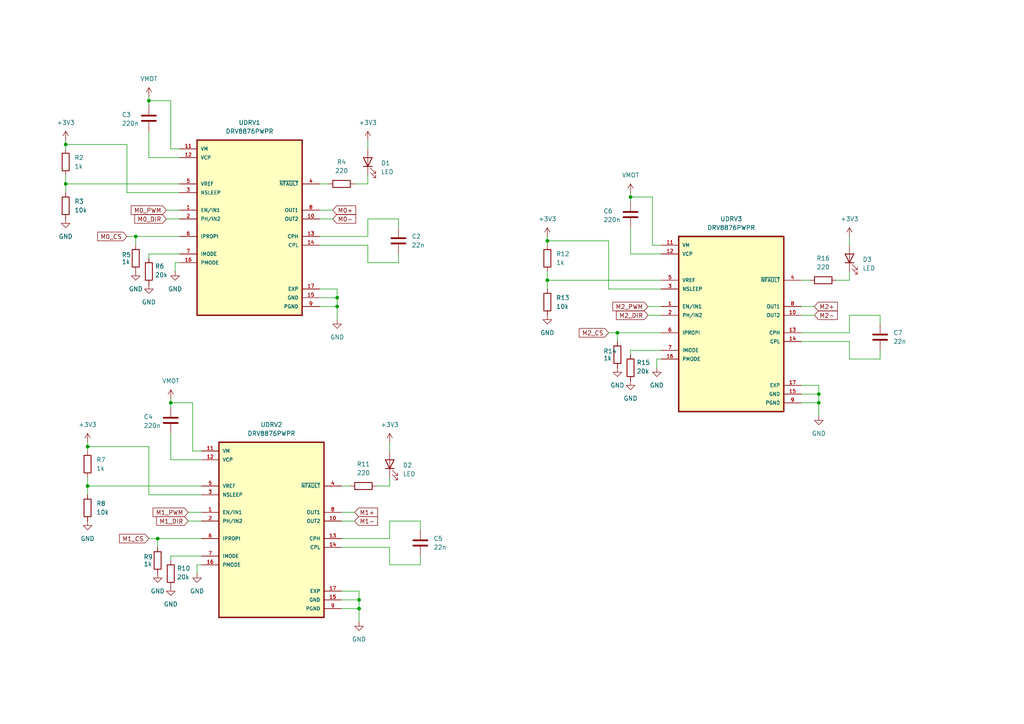
<source format=kicad_sch>
(kicad_sch
	(version 20250114)
	(generator "eeschema")
	(generator_version "9.0")
	(uuid "8db35fae-6156-495f-b922-62e304798f15")
	(paper "A4")
	(title_block
		(title "Motor Driver ")
		(company "Astra Robotics")
	)
	(lib_symbols
		(symbol "DRV8876PWPR:DRV8876PWPR"
			(pin_names
				(offset 1.016)
			)
			(exclude_from_sim no)
			(in_bom yes)
			(on_board yes)
			(property "Reference" "U"
				(at -15.24 26.4 0)
				(effects
					(font
						(size 1.27 1.27)
					)
					(justify left bottom)
				)
			)
			(property "Value" "DRV8876PWPR"
				(at -15.24 -29.4 0)
				(effects
					(font
						(size 1.27 1.27)
					)
					(justify left bottom)
				)
			)
			(property "Footprint" "DRV8876PWPR:IC_DRV8876PWPR"
				(at 0 0 0)
				(effects
					(font
						(size 1.27 1.27)
					)
					(justify bottom)
					(hide yes)
				)
			)
			(property "Datasheet" ""
				(at 0 0 0)
				(effects
					(font
						(size 1.27 1.27)
					)
					(hide yes)
				)
			)
			(property "Description" ""
				(at 0 0 0)
				(effects
					(font
						(size 1.27 1.27)
					)
					(hide yes)
				)
			)
			(property "MF" "Texas Instruments"
				(at 0 0 0)
				(effects
					(font
						(size 1.27 1.27)
					)
					(justify bottom)
					(hide yes)
				)
			)
			(property "MAXIMUM_PACKAGE_HEIGHT" "1.2mm"
				(at 0 0 0)
				(effects
					(font
						(size 1.27 1.27)
					)
					(justify bottom)
					(hide yes)
				)
			)
			(property "PACKAGE" "HTSSOP-16 Texas Instruments"
				(at 0 0 0)
				(effects
					(font
						(size 1.27 1.27)
					)
					(justify bottom)
					(hide yes)
				)
			)
			(property "Price" "None"
				(at 0 0 0)
				(effects
					(font
						(size 1.27 1.27)
					)
					(justify bottom)
					(hide yes)
				)
			)
			(property "Package" "HTSSOP-16 Texas Instruments"
				(at 0 0 0)
				(effects
					(font
						(size 1.27 1.27)
					)
					(justify bottom)
					(hide yes)
				)
			)
			(property "Check_prices" "https://www.snapeda.com/parts/DRV8876PWPR/Texas+Instruments/view-part/?ref=eda"
				(at 0 0 0)
				(effects
					(font
						(size 1.27 1.27)
					)
					(justify bottom)
					(hide yes)
				)
			)
			(property "STANDARD" "Manufacturer Recommendations"
				(at 0 0 0)
				(effects
					(font
						(size 1.27 1.27)
					)
					(justify bottom)
					(hide yes)
				)
			)
			(property "PARTREV" "E"
				(at 0 0 0)
				(effects
					(font
						(size 1.27 1.27)
					)
					(justify bottom)
					(hide yes)
				)
			)
			(property "SnapEDA_Link" "https://www.snapeda.com/parts/DRV8876PWPR/Texas+Instruments/view-part/?ref=snap"
				(at 0 0 0)
				(effects
					(font
						(size 1.27 1.27)
					)
					(justify bottom)
					(hide yes)
				)
			)
			(property "MP" "DRV8876PWPR"
				(at 0 0 0)
				(effects
					(font
						(size 1.27 1.27)
					)
					(justify bottom)
					(hide yes)
				)
			)
			(property "Purchase-URL" "https://www.snapeda.com/api/url_track_click_mouser/?unipart_id=3219289&manufacturer=Texas Instruments&part_name=DRV8876PWPR&search_term=None"
				(at 0 0 0)
				(effects
					(font
						(size 1.27 1.27)
					)
					(justify bottom)
					(hide yes)
				)
			)
			(property "Description_1" "40-V, 3.5-A H-bridge motor driver with integrated current sensing & current-sense feedback"
				(at 0 0 0)
				(effects
					(font
						(size 1.27 1.27)
					)
					(justify bottom)
					(hide yes)
				)
			)
			(property "Availability" "In Stock"
				(at 0 0 0)
				(effects
					(font
						(size 1.27 1.27)
					)
					(justify bottom)
					(hide yes)
				)
			)
			(property "MANUFACTURER" "Texas Instruments"
				(at 0 0 0)
				(effects
					(font
						(size 1.27 1.27)
					)
					(justify bottom)
					(hide yes)
				)
			)
			(symbol "DRV8876PWPR_0_0"
				(rectangle
					(start -15.24 -25.4)
					(end 15.24 25.4)
					(stroke
						(width 0.41)
						(type default)
					)
					(fill
						(type background)
					)
				)
				(pin power_in line
					(at -20.32 22.86 0)
					(length 5.08)
					(name "VM"
						(effects
							(font
								(size 1.016 1.016)
							)
						)
					)
					(number "11"
						(effects
							(font
								(size 1.016 1.016)
							)
						)
					)
				)
				(pin power_in line
					(at -20.32 20.32 0)
					(length 5.08)
					(name "VCP"
						(effects
							(font
								(size 1.016 1.016)
							)
						)
					)
					(number "12"
						(effects
							(font
								(size 1.016 1.016)
							)
						)
					)
				)
				(pin input line
					(at -20.32 12.7 0)
					(length 5.08)
					(name "VREF"
						(effects
							(font
								(size 1.016 1.016)
							)
						)
					)
					(number "5"
						(effects
							(font
								(size 1.016 1.016)
							)
						)
					)
				)
				(pin input line
					(at -20.32 10.16 0)
					(length 5.08)
					(name "NSLEEP"
						(effects
							(font
								(size 1.016 1.016)
							)
						)
					)
					(number "3"
						(effects
							(font
								(size 1.016 1.016)
							)
						)
					)
				)
				(pin input line
					(at -20.32 5.08 0)
					(length 5.08)
					(name "EN/IN1"
						(effects
							(font
								(size 1.016 1.016)
							)
						)
					)
					(number "1"
						(effects
							(font
								(size 1.016 1.016)
							)
						)
					)
				)
				(pin input line
					(at -20.32 2.54 0)
					(length 5.08)
					(name "PH/IN2"
						(effects
							(font
								(size 1.016 1.016)
							)
						)
					)
					(number "2"
						(effects
							(font
								(size 1.016 1.016)
							)
						)
					)
				)
				(pin output line
					(at -20.32 -2.54 0)
					(length 5.08)
					(name "IPROPI"
						(effects
							(font
								(size 1.016 1.016)
							)
						)
					)
					(number "6"
						(effects
							(font
								(size 1.016 1.016)
							)
						)
					)
				)
				(pin input line
					(at -20.32 -7.62 0)
					(length 5.08)
					(name "IMODE"
						(effects
							(font
								(size 1.016 1.016)
							)
						)
					)
					(number "7"
						(effects
							(font
								(size 1.016 1.016)
							)
						)
					)
				)
				(pin input line
					(at -20.32 -10.16 0)
					(length 5.08)
					(name "PMODE"
						(effects
							(font
								(size 1.016 1.016)
							)
						)
					)
					(number "16"
						(effects
							(font
								(size 1.016 1.016)
							)
						)
					)
				)
				(pin output line
					(at 20.32 12.7 180)
					(length 5.08)
					(name "~{NFAULT}"
						(effects
							(font
								(size 1.016 1.016)
							)
						)
					)
					(number "4"
						(effects
							(font
								(size 1.016 1.016)
							)
						)
					)
				)
				(pin output line
					(at 20.32 5.08 180)
					(length 5.08)
					(name "OUT1"
						(effects
							(font
								(size 1.016 1.016)
							)
						)
					)
					(number "8"
						(effects
							(font
								(size 1.016 1.016)
							)
						)
					)
				)
				(pin output line
					(at 20.32 2.54 180)
					(length 5.08)
					(name "OUT2"
						(effects
							(font
								(size 1.016 1.016)
							)
						)
					)
					(number "10"
						(effects
							(font
								(size 1.016 1.016)
							)
						)
					)
				)
				(pin bidirectional line
					(at 20.32 -2.54 180)
					(length 5.08)
					(name "CPH"
						(effects
							(font
								(size 1.016 1.016)
							)
						)
					)
					(number "13"
						(effects
							(font
								(size 1.016 1.016)
							)
						)
					)
				)
				(pin bidirectional line
					(at 20.32 -5.08 180)
					(length 5.08)
					(name "CPL"
						(effects
							(font
								(size 1.016 1.016)
							)
						)
					)
					(number "14"
						(effects
							(font
								(size 1.016 1.016)
							)
						)
					)
				)
				(pin passive line
					(at 20.32 -17.78 180)
					(length 5.08)
					(name "EXP"
						(effects
							(font
								(size 1.016 1.016)
							)
						)
					)
					(number "17"
						(effects
							(font
								(size 1.016 1.016)
							)
						)
					)
				)
				(pin power_in line
					(at 20.32 -20.32 180)
					(length 5.08)
					(name "GND"
						(effects
							(font
								(size 1.016 1.016)
							)
						)
					)
					(number "15"
						(effects
							(font
								(size 1.016 1.016)
							)
						)
					)
				)
				(pin power_in line
					(at 20.32 -22.86 180)
					(length 5.08)
					(name "PGND"
						(effects
							(font
								(size 1.016 1.016)
							)
						)
					)
					(number "9"
						(effects
							(font
								(size 1.016 1.016)
							)
						)
					)
				)
			)
			(embedded_fonts no)
		)
		(symbol "Device:C"
			(pin_numbers
				(hide yes)
			)
			(pin_names
				(offset 0.254)
			)
			(exclude_from_sim no)
			(in_bom yes)
			(on_board yes)
			(property "Reference" "C"
				(at 0.635 2.54 0)
				(effects
					(font
						(size 1.27 1.27)
					)
					(justify left)
				)
			)
			(property "Value" "C"
				(at 0.635 -2.54 0)
				(effects
					(font
						(size 1.27 1.27)
					)
					(justify left)
				)
			)
			(property "Footprint" ""
				(at 0.9652 -3.81 0)
				(effects
					(font
						(size 1.27 1.27)
					)
					(hide yes)
				)
			)
			(property "Datasheet" "~"
				(at 0 0 0)
				(effects
					(font
						(size 1.27 1.27)
					)
					(hide yes)
				)
			)
			(property "Description" "Unpolarized capacitor"
				(at 0 0 0)
				(effects
					(font
						(size 1.27 1.27)
					)
					(hide yes)
				)
			)
			(property "ki_keywords" "cap capacitor"
				(at 0 0 0)
				(effects
					(font
						(size 1.27 1.27)
					)
					(hide yes)
				)
			)
			(property "ki_fp_filters" "C_*"
				(at 0 0 0)
				(effects
					(font
						(size 1.27 1.27)
					)
					(hide yes)
				)
			)
			(symbol "C_0_1"
				(polyline
					(pts
						(xy -2.032 0.762) (xy 2.032 0.762)
					)
					(stroke
						(width 0.508)
						(type default)
					)
					(fill
						(type none)
					)
				)
				(polyline
					(pts
						(xy -2.032 -0.762) (xy 2.032 -0.762)
					)
					(stroke
						(width 0.508)
						(type default)
					)
					(fill
						(type none)
					)
				)
			)
			(symbol "C_1_1"
				(pin passive line
					(at 0 3.81 270)
					(length 2.794)
					(name "~"
						(effects
							(font
								(size 1.27 1.27)
							)
						)
					)
					(number "1"
						(effects
							(font
								(size 1.27 1.27)
							)
						)
					)
				)
				(pin passive line
					(at 0 -3.81 90)
					(length 2.794)
					(name "~"
						(effects
							(font
								(size 1.27 1.27)
							)
						)
					)
					(number "2"
						(effects
							(font
								(size 1.27 1.27)
							)
						)
					)
				)
			)
			(embedded_fonts no)
		)
		(symbol "Device:LED"
			(pin_numbers
				(hide yes)
			)
			(pin_names
				(offset 1.016)
				(hide yes)
			)
			(exclude_from_sim no)
			(in_bom yes)
			(on_board yes)
			(property "Reference" "D"
				(at 0 2.54 0)
				(effects
					(font
						(size 1.27 1.27)
					)
				)
			)
			(property "Value" "LED"
				(at 0 -2.54 0)
				(effects
					(font
						(size 1.27 1.27)
					)
				)
			)
			(property "Footprint" ""
				(at 0 0 0)
				(effects
					(font
						(size 1.27 1.27)
					)
					(hide yes)
				)
			)
			(property "Datasheet" "~"
				(at 0 0 0)
				(effects
					(font
						(size 1.27 1.27)
					)
					(hide yes)
				)
			)
			(property "Description" "Light emitting diode"
				(at 0 0 0)
				(effects
					(font
						(size 1.27 1.27)
					)
					(hide yes)
				)
			)
			(property "Sim.Pins" "1=K 2=A"
				(at 0 0 0)
				(effects
					(font
						(size 1.27 1.27)
					)
					(hide yes)
				)
			)
			(property "ki_keywords" "LED diode"
				(at 0 0 0)
				(effects
					(font
						(size 1.27 1.27)
					)
					(hide yes)
				)
			)
			(property "ki_fp_filters" "LED* LED_SMD:* LED_THT:*"
				(at 0 0 0)
				(effects
					(font
						(size 1.27 1.27)
					)
					(hide yes)
				)
			)
			(symbol "LED_0_1"
				(polyline
					(pts
						(xy -3.048 -0.762) (xy -4.572 -2.286) (xy -3.81 -2.286) (xy -4.572 -2.286) (xy -4.572 -1.524)
					)
					(stroke
						(width 0)
						(type default)
					)
					(fill
						(type none)
					)
				)
				(polyline
					(pts
						(xy -1.778 -0.762) (xy -3.302 -2.286) (xy -2.54 -2.286) (xy -3.302 -2.286) (xy -3.302 -1.524)
					)
					(stroke
						(width 0)
						(type default)
					)
					(fill
						(type none)
					)
				)
				(polyline
					(pts
						(xy -1.27 0) (xy 1.27 0)
					)
					(stroke
						(width 0)
						(type default)
					)
					(fill
						(type none)
					)
				)
				(polyline
					(pts
						(xy -1.27 -1.27) (xy -1.27 1.27)
					)
					(stroke
						(width 0.254)
						(type default)
					)
					(fill
						(type none)
					)
				)
				(polyline
					(pts
						(xy 1.27 -1.27) (xy 1.27 1.27) (xy -1.27 0) (xy 1.27 -1.27)
					)
					(stroke
						(width 0.254)
						(type default)
					)
					(fill
						(type none)
					)
				)
			)
			(symbol "LED_1_1"
				(pin passive line
					(at -3.81 0 0)
					(length 2.54)
					(name "K"
						(effects
							(font
								(size 1.27 1.27)
							)
						)
					)
					(number "1"
						(effects
							(font
								(size 1.27 1.27)
							)
						)
					)
				)
				(pin passive line
					(at 3.81 0 180)
					(length 2.54)
					(name "A"
						(effects
							(font
								(size 1.27 1.27)
							)
						)
					)
					(number "2"
						(effects
							(font
								(size 1.27 1.27)
							)
						)
					)
				)
			)
			(embedded_fonts no)
		)
		(symbol "Device:R"
			(pin_numbers
				(hide yes)
			)
			(pin_names
				(offset 0)
			)
			(exclude_from_sim no)
			(in_bom yes)
			(on_board yes)
			(property "Reference" "R"
				(at 2.032 0 90)
				(effects
					(font
						(size 1.27 1.27)
					)
				)
			)
			(property "Value" "R"
				(at 0 0 90)
				(effects
					(font
						(size 1.27 1.27)
					)
				)
			)
			(property "Footprint" ""
				(at -1.778 0 90)
				(effects
					(font
						(size 1.27 1.27)
					)
					(hide yes)
				)
			)
			(property "Datasheet" "~"
				(at 0 0 0)
				(effects
					(font
						(size 1.27 1.27)
					)
					(hide yes)
				)
			)
			(property "Description" "Resistor"
				(at 0 0 0)
				(effects
					(font
						(size 1.27 1.27)
					)
					(hide yes)
				)
			)
			(property "ki_keywords" "R res resistor"
				(at 0 0 0)
				(effects
					(font
						(size 1.27 1.27)
					)
					(hide yes)
				)
			)
			(property "ki_fp_filters" "R_*"
				(at 0 0 0)
				(effects
					(font
						(size 1.27 1.27)
					)
					(hide yes)
				)
			)
			(symbol "R_0_1"
				(rectangle
					(start -1.016 -2.54)
					(end 1.016 2.54)
					(stroke
						(width 0.254)
						(type default)
					)
					(fill
						(type none)
					)
				)
			)
			(symbol "R_1_1"
				(pin passive line
					(at 0 3.81 270)
					(length 1.27)
					(name "~"
						(effects
							(font
								(size 1.27 1.27)
							)
						)
					)
					(number "1"
						(effects
							(font
								(size 1.27 1.27)
							)
						)
					)
				)
				(pin passive line
					(at 0 -3.81 90)
					(length 1.27)
					(name "~"
						(effects
							(font
								(size 1.27 1.27)
							)
						)
					)
					(number "2"
						(effects
							(font
								(size 1.27 1.27)
							)
						)
					)
				)
			)
			(embedded_fonts no)
		)
		(symbol "power:+3V3"
			(power)
			(pin_numbers
				(hide yes)
			)
			(pin_names
				(offset 0)
				(hide yes)
			)
			(exclude_from_sim no)
			(in_bom yes)
			(on_board yes)
			(property "Reference" "#PWR"
				(at 0 -3.81 0)
				(effects
					(font
						(size 1.27 1.27)
					)
					(hide yes)
				)
			)
			(property "Value" "+3V3"
				(at 0 3.556 0)
				(effects
					(font
						(size 1.27 1.27)
					)
				)
			)
			(property "Footprint" ""
				(at 0 0 0)
				(effects
					(font
						(size 1.27 1.27)
					)
					(hide yes)
				)
			)
			(property "Datasheet" ""
				(at 0 0 0)
				(effects
					(font
						(size 1.27 1.27)
					)
					(hide yes)
				)
			)
			(property "Description" "Power symbol creates a global label with name \"+3V3\""
				(at 0 0 0)
				(effects
					(font
						(size 1.27 1.27)
					)
					(hide yes)
				)
			)
			(property "ki_keywords" "global power"
				(at 0 0 0)
				(effects
					(font
						(size 1.27 1.27)
					)
					(hide yes)
				)
			)
			(symbol "+3V3_0_1"
				(polyline
					(pts
						(xy -0.762 1.27) (xy 0 2.54)
					)
					(stroke
						(width 0)
						(type default)
					)
					(fill
						(type none)
					)
				)
				(polyline
					(pts
						(xy 0 2.54) (xy 0.762 1.27)
					)
					(stroke
						(width 0)
						(type default)
					)
					(fill
						(type none)
					)
				)
				(polyline
					(pts
						(xy 0 0) (xy 0 2.54)
					)
					(stroke
						(width 0)
						(type default)
					)
					(fill
						(type none)
					)
				)
			)
			(symbol "+3V3_1_1"
				(pin power_in line
					(at 0 0 90)
					(length 0)
					(name "~"
						(effects
							(font
								(size 1.27 1.27)
							)
						)
					)
					(number "1"
						(effects
							(font
								(size 1.27 1.27)
							)
						)
					)
				)
			)
			(embedded_fonts no)
		)
		(symbol "power:GND"
			(power)
			(pin_numbers
				(hide yes)
			)
			(pin_names
				(offset 0)
				(hide yes)
			)
			(exclude_from_sim no)
			(in_bom yes)
			(on_board yes)
			(property "Reference" "#PWR"
				(at 0 -6.35 0)
				(effects
					(font
						(size 1.27 1.27)
					)
					(hide yes)
				)
			)
			(property "Value" "GND"
				(at 0 -3.81 0)
				(effects
					(font
						(size 1.27 1.27)
					)
				)
			)
			(property "Footprint" ""
				(at 0 0 0)
				(effects
					(font
						(size 1.27 1.27)
					)
					(hide yes)
				)
			)
			(property "Datasheet" ""
				(at 0 0 0)
				(effects
					(font
						(size 1.27 1.27)
					)
					(hide yes)
				)
			)
			(property "Description" "Power symbol creates a global label with name \"GND\" , ground"
				(at 0 0 0)
				(effects
					(font
						(size 1.27 1.27)
					)
					(hide yes)
				)
			)
			(property "ki_keywords" "global power"
				(at 0 0 0)
				(effects
					(font
						(size 1.27 1.27)
					)
					(hide yes)
				)
			)
			(symbol "GND_0_1"
				(polyline
					(pts
						(xy 0 0) (xy 0 -1.27) (xy 1.27 -1.27) (xy 0 -2.54) (xy -1.27 -1.27) (xy 0 -1.27)
					)
					(stroke
						(width 0)
						(type default)
					)
					(fill
						(type none)
					)
				)
			)
			(symbol "GND_1_1"
				(pin power_in line
					(at 0 0 270)
					(length 0)
					(name "~"
						(effects
							(font
								(size 1.27 1.27)
							)
						)
					)
					(number "1"
						(effects
							(font
								(size 1.27 1.27)
							)
						)
					)
				)
			)
			(embedded_fonts no)
		)
	)
	(junction
		(at 179.07 96.52)
		(diameter 0)
		(color 0 0 0 0)
		(uuid "05be2ec9-9302-42b5-a040-20b8088b3e72")
	)
	(junction
		(at 104.14 176.53)
		(diameter 0)
		(color 0 0 0 0)
		(uuid "0a04a59a-1ecf-4684-bcc4-f6ddcf743fde")
	)
	(junction
		(at 97.79 86.36)
		(diameter 0)
		(color 0 0 0 0)
		(uuid "14da85bb-c4b5-46f0-9ba8-d73e9488a815")
	)
	(junction
		(at 45.72 156.21)
		(diameter 0)
		(color 0 0 0 0)
		(uuid "198a4635-c374-422e-9d1a-ccd98a9b03ce")
	)
	(junction
		(at 19.05 41.91)
		(diameter 0)
		(color 0 0 0 0)
		(uuid "248ea09c-c782-4380-9a60-7d79339a5bbe")
	)
	(junction
		(at 25.4 140.97)
		(diameter 0)
		(color 0 0 0 0)
		(uuid "2fb651d3-85e2-4b4e-8f94-e6c7362fda41")
	)
	(junction
		(at 97.79 88.9)
		(diameter 0)
		(color 0 0 0 0)
		(uuid "349ba4d5-07c5-4034-bcc6-eb23667c7fe5")
	)
	(junction
		(at 49.53 116.84)
		(diameter 0)
		(color 0 0 0 0)
		(uuid "35f9488c-b8a0-4b80-a45b-aabe8371402d")
	)
	(junction
		(at 182.88 57.15)
		(diameter 0)
		(color 0 0 0 0)
		(uuid "420339c9-b2c1-493f-89e8-03f6d0b25a3e")
	)
	(junction
		(at 237.49 116.84)
		(diameter 0)
		(color 0 0 0 0)
		(uuid "5ce14160-8a1a-40ef-b2f3-430181d0836c")
	)
	(junction
		(at 237.49 114.3)
		(diameter 0)
		(color 0 0 0 0)
		(uuid "8322a328-f586-4a92-ba4b-f7ccf75032b6")
	)
	(junction
		(at 104.14 173.99)
		(diameter 0)
		(color 0 0 0 0)
		(uuid "a252667f-1ca7-47ce-afe2-743fb6905f0b")
	)
	(junction
		(at 158.75 69.85)
		(diameter 0)
		(color 0 0 0 0)
		(uuid "aef772c9-d0bc-4212-9e70-302a0092aeb0")
	)
	(junction
		(at 19.05 53.34)
		(diameter 0)
		(color 0 0 0 0)
		(uuid "b36009d5-30ec-4565-b437-931a5c4f3c04")
	)
	(junction
		(at 25.4 129.54)
		(diameter 0)
		(color 0 0 0 0)
		(uuid "b43ac421-8d37-4fbb-aefe-8af8d22331aa")
	)
	(junction
		(at 158.75 81.28)
		(diameter 0)
		(color 0 0 0 0)
		(uuid "bf78d072-63a3-4027-aaab-607684cd8176")
	)
	(junction
		(at 43.18 29.21)
		(diameter 0)
		(color 0 0 0 0)
		(uuid "c5a3fb17-e75a-43d7-bb34-686d7c3e10c2")
	)
	(junction
		(at 39.37 68.58)
		(diameter 0)
		(color 0 0 0 0)
		(uuid "f1663bdb-50e6-41d1-a8bd-0778c430512c")
	)
	(wire
		(pts
			(xy 113.03 151.13) (xy 121.92 151.13)
		)
		(stroke
			(width 0)
			(type default)
		)
		(uuid "0085aae0-ce11-402b-9720-59236026cc00")
	)
	(wire
		(pts
			(xy 25.4 140.97) (xy 58.42 140.97)
		)
		(stroke
			(width 0)
			(type default)
		)
		(uuid "02785f6b-46bc-4d89-9ead-0f7c5b24481c")
	)
	(wire
		(pts
			(xy 106.68 63.5) (xy 115.57 63.5)
		)
		(stroke
			(width 0)
			(type default)
		)
		(uuid "03e0bb52-8763-4f34-a241-882e17d42d04")
	)
	(wire
		(pts
			(xy 50.8 76.2) (xy 50.8 78.74)
		)
		(stroke
			(width 0)
			(type default)
		)
		(uuid "077c9dab-4342-424f-8dc7-910045cd6889")
	)
	(wire
		(pts
			(xy 106.68 68.58) (xy 106.68 63.5)
		)
		(stroke
			(width 0)
			(type default)
		)
		(uuid "07879869-f5e4-41e7-8881-9132db9b85ba")
	)
	(wire
		(pts
			(xy 246.38 96.52) (xy 246.38 91.44)
		)
		(stroke
			(width 0)
			(type default)
		)
		(uuid "07c48167-a460-4e86-af75-71e57f4c13e2")
	)
	(wire
		(pts
			(xy 43.18 73.66) (xy 43.18 74.93)
		)
		(stroke
			(width 0)
			(type default)
		)
		(uuid "0a5116a7-a883-4df9-9616-c44a3f37c8ba")
	)
	(wire
		(pts
			(xy 97.79 86.36) (xy 97.79 88.9)
		)
		(stroke
			(width 0)
			(type default)
		)
		(uuid "0b8bdf46-0854-45c7-8b20-da377796d22b")
	)
	(wire
		(pts
			(xy 97.79 83.82) (xy 97.79 86.36)
		)
		(stroke
			(width 0)
			(type default)
		)
		(uuid "0e76012a-f513-4721-8ac8-da20b3f81286")
	)
	(wire
		(pts
			(xy 99.06 176.53) (xy 104.14 176.53)
		)
		(stroke
			(width 0)
			(type default)
		)
		(uuid "0fb86d21-9131-40ac-a7ec-8c3d6ba853da")
	)
	(wire
		(pts
			(xy 246.38 68.58) (xy 246.38 71.12)
		)
		(stroke
			(width 0)
			(type default)
		)
		(uuid "0fca5ed1-bf24-48f4-9a20-f92b9d6d192b")
	)
	(wire
		(pts
			(xy 232.41 91.44) (xy 236.22 91.44)
		)
		(stroke
			(width 0)
			(type default)
		)
		(uuid "0ff46df1-fbe7-4f60-9d10-16d239f6887c")
	)
	(wire
		(pts
			(xy 246.38 78.74) (xy 246.38 81.28)
		)
		(stroke
			(width 0)
			(type default)
		)
		(uuid "104c3e20-bb30-4967-ae5f-015fe1bfae8e")
	)
	(wire
		(pts
			(xy 99.06 148.59) (xy 102.87 148.59)
		)
		(stroke
			(width 0)
			(type default)
		)
		(uuid "11e0d1df-f4aa-40ab-8924-21b00d8960e8")
	)
	(wire
		(pts
			(xy 179.07 96.52) (xy 176.53 96.52)
		)
		(stroke
			(width 0)
			(type default)
		)
		(uuid "136017ef-c91a-4aa2-b0cc-c4f208f22d45")
	)
	(wire
		(pts
			(xy 237.49 111.76) (xy 237.49 114.3)
		)
		(stroke
			(width 0)
			(type default)
		)
		(uuid "13773365-24ac-48b7-98b6-df1bba451e38")
	)
	(wire
		(pts
			(xy 48.26 60.96) (xy 52.07 60.96)
		)
		(stroke
			(width 0)
			(type default)
		)
		(uuid "18851ebb-32c0-4f36-a7dc-7c0a81ede689")
	)
	(wire
		(pts
			(xy 25.4 129.54) (xy 43.18 129.54)
		)
		(stroke
			(width 0)
			(type default)
		)
		(uuid "1ea098ae-d1e0-4894-b90c-52f26129f102")
	)
	(wire
		(pts
			(xy 99.06 171.45) (xy 104.14 171.45)
		)
		(stroke
			(width 0)
			(type default)
		)
		(uuid "2561b619-612c-4497-95c1-482a00a665a6")
	)
	(wire
		(pts
			(xy 191.77 96.52) (xy 179.07 96.52)
		)
		(stroke
			(width 0)
			(type default)
		)
		(uuid "25e96fea-6c7e-43b6-b90a-b43fab489d0b")
	)
	(wire
		(pts
			(xy 25.4 138.43) (xy 25.4 140.97)
		)
		(stroke
			(width 0)
			(type default)
		)
		(uuid "2aaced27-c952-48f5-96fd-9385ff511b8c")
	)
	(wire
		(pts
			(xy 115.57 63.5) (xy 115.57 66.04)
		)
		(stroke
			(width 0)
			(type default)
		)
		(uuid "2d5df787-dd26-44c5-a237-3730e391776f")
	)
	(wire
		(pts
			(xy 99.06 151.13) (xy 102.87 151.13)
		)
		(stroke
			(width 0)
			(type default)
		)
		(uuid "2d80e963-f5d6-4dc0-9112-8a4ab1886c6c")
	)
	(wire
		(pts
			(xy 115.57 76.2) (xy 106.68 76.2)
		)
		(stroke
			(width 0)
			(type default)
		)
		(uuid "2db94035-9421-4536-9d2c-23515fc3bf36")
	)
	(wire
		(pts
			(xy 232.41 88.9) (xy 236.22 88.9)
		)
		(stroke
			(width 0)
			(type default)
		)
		(uuid "2fdb1f80-987e-4cf5-8e31-c78ac6f15b40")
	)
	(wire
		(pts
			(xy 158.75 78.74) (xy 158.75 81.28)
		)
		(stroke
			(width 0)
			(type default)
		)
		(uuid "32a7d9b5-3911-499e-9f94-6592357925d5")
	)
	(wire
		(pts
			(xy 104.14 176.53) (xy 104.14 180.34)
		)
		(stroke
			(width 0)
			(type default)
		)
		(uuid "36722bd5-63a0-4065-8ed2-30cb20e98c5f")
	)
	(wire
		(pts
			(xy 106.68 50.8) (xy 106.68 53.34)
		)
		(stroke
			(width 0)
			(type default)
		)
		(uuid "36e05120-4fff-4a6c-998b-50e94f881bee")
	)
	(wire
		(pts
			(xy 121.92 163.83) (xy 113.03 163.83)
		)
		(stroke
			(width 0)
			(type default)
		)
		(uuid "36f9fa7e-a34d-4b88-90ef-11bc7d1fc8df")
	)
	(wire
		(pts
			(xy 99.06 140.97) (xy 101.6 140.97)
		)
		(stroke
			(width 0)
			(type default)
		)
		(uuid "3a8da7f1-9f56-44e7-b3e2-75106e761fb2")
	)
	(wire
		(pts
			(xy 39.37 68.58) (xy 39.37 71.12)
		)
		(stroke
			(width 0)
			(type default)
		)
		(uuid "3ad3a9ad-2738-40de-a398-061783e05e89")
	)
	(wire
		(pts
			(xy 92.71 88.9) (xy 97.79 88.9)
		)
		(stroke
			(width 0)
			(type default)
		)
		(uuid "3d84bd59-10a2-47be-b14b-0409e51b1dff")
	)
	(wire
		(pts
			(xy 43.18 143.51) (xy 43.18 129.54)
		)
		(stroke
			(width 0)
			(type default)
		)
		(uuid "3e2b3321-c9ce-43bd-aa8e-798fc9216a3f")
	)
	(wire
		(pts
			(xy 19.05 50.8) (xy 19.05 53.34)
		)
		(stroke
			(width 0)
			(type default)
		)
		(uuid "4175295a-c4b6-44b5-a4bd-38abeecd766c")
	)
	(wire
		(pts
			(xy 189.23 71.12) (xy 189.23 57.15)
		)
		(stroke
			(width 0)
			(type default)
		)
		(uuid "42138da9-02fb-4ccb-9d42-58e6364c950e")
	)
	(wire
		(pts
			(xy 58.42 133.35) (xy 49.53 133.35)
		)
		(stroke
			(width 0)
			(type default)
		)
		(uuid "42209575-6c45-40c6-8a2f-1f41cd3341cc")
	)
	(wire
		(pts
			(xy 246.38 91.44) (xy 255.27 91.44)
		)
		(stroke
			(width 0)
			(type default)
		)
		(uuid "489722c2-eb2e-4d29-b990-209fad7a5e45")
	)
	(wire
		(pts
			(xy 97.79 88.9) (xy 97.79 92.71)
		)
		(stroke
			(width 0)
			(type default)
		)
		(uuid "4cb7e55b-e551-4bcc-a93a-9b44d4a42a26")
	)
	(wire
		(pts
			(xy 232.41 81.28) (xy 234.95 81.28)
		)
		(stroke
			(width 0)
			(type default)
		)
		(uuid "4eff880b-bed9-453c-9b82-8531b81eeac0")
	)
	(wire
		(pts
			(xy 48.26 63.5) (xy 52.07 63.5)
		)
		(stroke
			(width 0)
			(type default)
		)
		(uuid "5322d0bb-d3c8-4372-8e55-c69e755047bb")
	)
	(wire
		(pts
			(xy 99.06 173.99) (xy 104.14 173.99)
		)
		(stroke
			(width 0)
			(type default)
		)
		(uuid "542c587a-d724-4ce9-a484-f116b9d54f49")
	)
	(wire
		(pts
			(xy 54.61 151.13) (xy 58.42 151.13)
		)
		(stroke
			(width 0)
			(type default)
		)
		(uuid "54e0e940-fd1a-4504-bc6c-ec03e842664f")
	)
	(wire
		(pts
			(xy 54.61 148.59) (xy 58.42 148.59)
		)
		(stroke
			(width 0)
			(type default)
		)
		(uuid "56600e9f-5790-43cd-999d-86b2d725d1a8")
	)
	(wire
		(pts
			(xy 25.4 129.54) (xy 25.4 130.81)
		)
		(stroke
			(width 0)
			(type default)
		)
		(uuid "59ba1ab8-f7d2-413e-9103-ac5a092e586c")
	)
	(wire
		(pts
			(xy 104.14 173.99) (xy 104.14 176.53)
		)
		(stroke
			(width 0)
			(type default)
		)
		(uuid "59f4895d-8b90-45a6-8f6d-5eedc8063ebb")
	)
	(wire
		(pts
			(xy 191.77 73.66) (xy 182.88 73.66)
		)
		(stroke
			(width 0)
			(type default)
		)
		(uuid "5b5bbf05-2137-48d7-a87a-ac73baa1b78f")
	)
	(wire
		(pts
			(xy 25.4 140.97) (xy 25.4 143.51)
		)
		(stroke
			(width 0)
			(type default)
		)
		(uuid "5ba7e0d9-1462-4b54-9efc-75a088798a55")
	)
	(wire
		(pts
			(xy 121.92 161.29) (xy 121.92 163.83)
		)
		(stroke
			(width 0)
			(type default)
		)
		(uuid "5c58778e-942c-4793-b0cb-cd2e8d4f8071")
	)
	(wire
		(pts
			(xy 158.75 81.28) (xy 191.77 81.28)
		)
		(stroke
			(width 0)
			(type default)
		)
		(uuid "5f41bf69-4898-426b-a634-f9b05d57d79e")
	)
	(wire
		(pts
			(xy 191.77 104.14) (xy 190.5 104.14)
		)
		(stroke
			(width 0)
			(type default)
		)
		(uuid "65d1d1a3-2e35-42bc-b1aa-f5108261f492")
	)
	(wire
		(pts
			(xy 19.05 41.91) (xy 36.83 41.91)
		)
		(stroke
			(width 0)
			(type default)
		)
		(uuid "671034ab-f122-4c51-bdb0-2f5a2355a581")
	)
	(wire
		(pts
			(xy 92.71 60.96) (xy 96.52 60.96)
		)
		(stroke
			(width 0)
			(type default)
		)
		(uuid "6b38841f-e438-45fe-ada4-db66383ae9bc")
	)
	(wire
		(pts
			(xy 187.96 88.9) (xy 191.77 88.9)
		)
		(stroke
			(width 0)
			(type default)
		)
		(uuid "6bc3669d-e54c-46b7-88a4-3650ea624301")
	)
	(wire
		(pts
			(xy 246.38 104.14) (xy 246.38 99.06)
		)
		(stroke
			(width 0)
			(type default)
		)
		(uuid "6bf7c3e0-4ccb-42e3-a4c1-539b06e257d4")
	)
	(wire
		(pts
			(xy 92.71 68.58) (xy 106.68 68.58)
		)
		(stroke
			(width 0)
			(type default)
		)
		(uuid "6dc9c6a7-415a-41c2-a14c-d7a0671af12b")
	)
	(wire
		(pts
			(xy 255.27 101.6) (xy 255.27 104.14)
		)
		(stroke
			(width 0)
			(type default)
		)
		(uuid "6e00790b-e3e3-436f-bd9c-1f18e91fa00d")
	)
	(wire
		(pts
			(xy 92.71 83.82) (xy 97.79 83.82)
		)
		(stroke
			(width 0)
			(type default)
		)
		(uuid "71df86d1-6be9-4fcd-92ec-964a6cced188")
	)
	(wire
		(pts
			(xy 255.27 104.14) (xy 246.38 104.14)
		)
		(stroke
			(width 0)
			(type default)
		)
		(uuid "71f24e21-34bc-4e72-89e8-cdb95873547e")
	)
	(wire
		(pts
			(xy 19.05 53.34) (xy 52.07 53.34)
		)
		(stroke
			(width 0)
			(type default)
		)
		(uuid "73be281c-2b5a-4fb9-9792-4740b14f0d08")
	)
	(wire
		(pts
			(xy 43.18 27.94) (xy 43.18 29.21)
		)
		(stroke
			(width 0)
			(type default)
		)
		(uuid "742274ca-8651-4bd1-aa2b-55e674a4b857")
	)
	(wire
		(pts
			(xy 52.07 73.66) (xy 43.18 73.66)
		)
		(stroke
			(width 0)
			(type default)
		)
		(uuid "7494fccd-2a91-40ac-8f57-5e8150d1a466")
	)
	(wire
		(pts
			(xy 52.07 76.2) (xy 50.8 76.2)
		)
		(stroke
			(width 0)
			(type default)
		)
		(uuid "791660e6-0f83-4a5d-bb3c-6ea15c1ee715")
	)
	(wire
		(pts
			(xy 102.87 53.34) (xy 106.68 53.34)
		)
		(stroke
			(width 0)
			(type default)
		)
		(uuid "79c5a534-08b2-4910-a122-97cef843bfba")
	)
	(wire
		(pts
			(xy 49.53 116.84) (xy 49.53 118.11)
		)
		(stroke
			(width 0)
			(type default)
		)
		(uuid "79cd2822-b74f-4e18-9816-5488bf843a4c")
	)
	(wire
		(pts
			(xy 106.68 76.2) (xy 106.68 71.12)
		)
		(stroke
			(width 0)
			(type default)
		)
		(uuid "7ad8c5e4-a825-4cd7-bc2c-cfa4617734fd")
	)
	(wire
		(pts
			(xy 121.92 151.13) (xy 121.92 153.67)
		)
		(stroke
			(width 0)
			(type default)
		)
		(uuid "7fe21c5e-4d16-4a9d-9b3a-c34d4e6dcd6f")
	)
	(wire
		(pts
			(xy 182.88 57.15) (xy 182.88 58.42)
		)
		(stroke
			(width 0)
			(type default)
		)
		(uuid "805fc098-4bce-4ad9-acbf-bcd4b33c3acf")
	)
	(wire
		(pts
			(xy 113.03 163.83) (xy 113.03 158.75)
		)
		(stroke
			(width 0)
			(type default)
		)
		(uuid "8121a1a9-4756-4cce-b375-b9f42d14f043")
	)
	(wire
		(pts
			(xy 45.72 156.21) (xy 45.72 158.75)
		)
		(stroke
			(width 0)
			(type default)
		)
		(uuid "8426efe5-bc29-4f80-93b9-961368b5b56d")
	)
	(wire
		(pts
			(xy 158.75 81.28) (xy 158.75 83.82)
		)
		(stroke
			(width 0)
			(type default)
		)
		(uuid "84558a6d-042e-4437-93d4-d2c9a12f7a96")
	)
	(wire
		(pts
			(xy 115.57 73.66) (xy 115.57 76.2)
		)
		(stroke
			(width 0)
			(type default)
		)
		(uuid "84df8629-8d67-42ce-b7a3-0248153792b6")
	)
	(wire
		(pts
			(xy 92.71 86.36) (xy 97.79 86.36)
		)
		(stroke
			(width 0)
			(type default)
		)
		(uuid "88240422-5054-4fae-a679-0cf2d5304a2d")
	)
	(wire
		(pts
			(xy 158.75 68.58) (xy 158.75 69.85)
		)
		(stroke
			(width 0)
			(type default)
		)
		(uuid "8acc4add-3555-44a0-89b1-7146638cf412")
	)
	(wire
		(pts
			(xy 113.03 128.27) (xy 113.03 130.81)
		)
		(stroke
			(width 0)
			(type default)
		)
		(uuid "8c1b14d8-b521-4b87-aa10-5d4ae6de250c")
	)
	(wire
		(pts
			(xy 182.88 73.66) (xy 182.88 66.04)
		)
		(stroke
			(width 0)
			(type default)
		)
		(uuid "90d283d3-efa5-4830-ac3e-2f034dc479f8")
	)
	(wire
		(pts
			(xy 52.07 45.72) (xy 43.18 45.72)
		)
		(stroke
			(width 0)
			(type default)
		)
		(uuid "929e58bd-529a-40e9-8693-de03f1cda681")
	)
	(wire
		(pts
			(xy 237.49 114.3) (xy 237.49 116.84)
		)
		(stroke
			(width 0)
			(type default)
		)
		(uuid "934a99d4-81c2-4d6f-a886-a2a4e5266907")
	)
	(wire
		(pts
			(xy 106.68 40.64) (xy 106.68 43.18)
		)
		(stroke
			(width 0)
			(type default)
		)
		(uuid "9791131d-c064-4586-9922-dc90a3a801e1")
	)
	(wire
		(pts
			(xy 58.42 156.21) (xy 45.72 156.21)
		)
		(stroke
			(width 0)
			(type default)
		)
		(uuid "97bbbb84-fdbe-47a1-b696-3a12256626a3")
	)
	(wire
		(pts
			(xy 191.77 101.6) (xy 182.88 101.6)
		)
		(stroke
			(width 0)
			(type default)
		)
		(uuid "9aba9112-4c63-4007-8941-a869d310dca6")
	)
	(wire
		(pts
			(xy 232.41 116.84) (xy 237.49 116.84)
		)
		(stroke
			(width 0)
			(type default)
		)
		(uuid "9f2c67eb-5090-4aa2-a3e2-49626a5cc515")
	)
	(wire
		(pts
			(xy 232.41 111.76) (xy 237.49 111.76)
		)
		(stroke
			(width 0)
			(type default)
		)
		(uuid "a2c28e12-2580-4a76-a14e-79a5820e152c")
	)
	(wire
		(pts
			(xy 49.53 115.57) (xy 49.53 116.84)
		)
		(stroke
			(width 0)
			(type default)
		)
		(uuid "a2c2beb1-0385-4cfa-bd34-488a232cc4e0")
	)
	(wire
		(pts
			(xy 158.75 69.85) (xy 158.75 71.12)
		)
		(stroke
			(width 0)
			(type default)
		)
		(uuid "a44c4cda-6de9-45d4-aa30-9e25efa171d7")
	)
	(wire
		(pts
			(xy 92.71 63.5) (xy 96.52 63.5)
		)
		(stroke
			(width 0)
			(type default)
		)
		(uuid "a4759020-c745-4e47-a0cd-94da64ad8ade")
	)
	(wire
		(pts
			(xy 55.88 130.81) (xy 55.88 116.84)
		)
		(stroke
			(width 0)
			(type default)
		)
		(uuid "a858606f-a84c-488c-bbf6-aee41e3759d2")
	)
	(wire
		(pts
			(xy 158.75 69.85) (xy 176.53 69.85)
		)
		(stroke
			(width 0)
			(type default)
		)
		(uuid "ab1a9762-d376-437e-baec-cbacd4bbe9d8")
	)
	(wire
		(pts
			(xy 242.57 81.28) (xy 246.38 81.28)
		)
		(stroke
			(width 0)
			(type default)
		)
		(uuid "ac34a511-d46e-4f4c-87a3-ea32e4407a94")
	)
	(wire
		(pts
			(xy 109.22 140.97) (xy 113.03 140.97)
		)
		(stroke
			(width 0)
			(type default)
		)
		(uuid "ae20531b-58ef-4de1-a2b6-c7b64002403b")
	)
	(wire
		(pts
			(xy 179.07 96.52) (xy 179.07 99.06)
		)
		(stroke
			(width 0)
			(type default)
		)
		(uuid "aea20a69-35c1-4ace-bb0c-328c5589b460")
	)
	(wire
		(pts
			(xy 237.49 116.84) (xy 237.49 120.65)
		)
		(stroke
			(width 0)
			(type default)
		)
		(uuid "af27b093-0131-4525-9852-e571539a1072")
	)
	(wire
		(pts
			(xy 58.42 161.29) (xy 49.53 161.29)
		)
		(stroke
			(width 0)
			(type default)
		)
		(uuid "b03f377d-42f9-4c5d-9c28-1d009c2fd0f7")
	)
	(wire
		(pts
			(xy 19.05 41.91) (xy 19.05 43.18)
		)
		(stroke
			(width 0)
			(type default)
		)
		(uuid "b3c3c0d1-5d6e-44ee-9dbf-99db5839ed00")
	)
	(wire
		(pts
			(xy 39.37 68.58) (xy 36.83 68.58)
		)
		(stroke
			(width 0)
			(type default)
		)
		(uuid "b44a9f7f-a48b-42dc-bfb7-0d8ee6ddc48a")
	)
	(wire
		(pts
			(xy 58.42 163.83) (xy 57.15 163.83)
		)
		(stroke
			(width 0)
			(type default)
		)
		(uuid "b6a17337-f665-4362-acf0-e0da30797058")
	)
	(wire
		(pts
			(xy 43.18 45.72) (xy 43.18 38.1)
		)
		(stroke
			(width 0)
			(type default)
		)
		(uuid "b769be28-1aa0-4e5e-995c-666b42aed95f")
	)
	(wire
		(pts
			(xy 19.05 40.64) (xy 19.05 41.91)
		)
		(stroke
			(width 0)
			(type default)
		)
		(uuid "b80c27e7-6f7c-434a-9958-e7c109367ef3")
	)
	(wire
		(pts
			(xy 99.06 158.75) (xy 113.03 158.75)
		)
		(stroke
			(width 0)
			(type default)
		)
		(uuid "ba4a2b76-a6c0-4913-b479-54a8a78f2b6f")
	)
	(wire
		(pts
			(xy 49.53 133.35) (xy 49.53 125.73)
		)
		(stroke
			(width 0)
			(type default)
		)
		(uuid "bad8ac7e-23bc-4b29-a961-3a29b68875e1")
	)
	(wire
		(pts
			(xy 104.14 171.45) (xy 104.14 173.99)
		)
		(stroke
			(width 0)
			(type default)
		)
		(uuid "bb77a22f-c671-42ec-ad05-9ec5e2b83965")
	)
	(wire
		(pts
			(xy 25.4 128.27) (xy 25.4 129.54)
		)
		(stroke
			(width 0)
			(type default)
		)
		(uuid "bf2dde3c-526c-41f8-b374-1f7a47886cb1")
	)
	(wire
		(pts
			(xy 92.71 71.12) (xy 106.68 71.12)
		)
		(stroke
			(width 0)
			(type default)
		)
		(uuid "bfb32d2b-6754-4c7e-af89-470bfeefd1a3")
	)
	(wire
		(pts
			(xy 182.88 101.6) (xy 182.88 102.87)
		)
		(stroke
			(width 0)
			(type default)
		)
		(uuid "c3196664-b93b-404c-8965-4e90dfe530fe")
	)
	(wire
		(pts
			(xy 191.77 83.82) (xy 176.53 83.82)
		)
		(stroke
			(width 0)
			(type default)
		)
		(uuid "c4ba00b8-752a-46d7-bf8f-dc599a81df41")
	)
	(wire
		(pts
			(xy 232.41 99.06) (xy 246.38 99.06)
		)
		(stroke
			(width 0)
			(type default)
		)
		(uuid "c50b8788-f242-402a-9f06-36f424085b5e")
	)
	(wire
		(pts
			(xy 113.03 138.43) (xy 113.03 140.97)
		)
		(stroke
			(width 0)
			(type default)
		)
		(uuid "c513ca71-7f0e-4b8c-aabe-50b4f42b8fe0")
	)
	(wire
		(pts
			(xy 19.05 53.34) (xy 19.05 55.88)
		)
		(stroke
			(width 0)
			(type default)
		)
		(uuid "c6b4274c-3645-495a-918c-c0ffbd284546")
	)
	(wire
		(pts
			(xy 45.72 156.21) (xy 43.18 156.21)
		)
		(stroke
			(width 0)
			(type default)
		)
		(uuid "caa6d1e1-52da-4781-a835-f50be7d95fce")
	)
	(wire
		(pts
			(xy 113.03 156.21) (xy 113.03 151.13)
		)
		(stroke
			(width 0)
			(type default)
		)
		(uuid "cda82dc1-db8a-4bcb-aa60-dbed9817a7e8")
	)
	(wire
		(pts
			(xy 92.71 53.34) (xy 95.25 53.34)
		)
		(stroke
			(width 0)
			(type default)
		)
		(uuid "d11f0875-7d61-46c4-ad9b-6b3aae4cd253")
	)
	(wire
		(pts
			(xy 52.07 68.58) (xy 39.37 68.58)
		)
		(stroke
			(width 0)
			(type default)
		)
		(uuid "d7a44aee-0e94-42be-accd-86213b90c2cd")
	)
	(wire
		(pts
			(xy 55.88 116.84) (xy 49.53 116.84)
		)
		(stroke
			(width 0)
			(type default)
		)
		(uuid "d974bca6-07d1-467f-a3a1-3277b0c42d0a")
	)
	(wire
		(pts
			(xy 36.83 55.88) (xy 36.83 41.91)
		)
		(stroke
			(width 0)
			(type default)
		)
		(uuid "daa430f4-1d9b-4d1c-b920-c7b301eef496")
	)
	(wire
		(pts
			(xy 49.53 161.29) (xy 49.53 162.56)
		)
		(stroke
			(width 0)
			(type default)
		)
		(uuid "db948817-4f27-4810-b77e-0f0233282a3d")
	)
	(wire
		(pts
			(xy 58.42 130.81) (xy 55.88 130.81)
		)
		(stroke
			(width 0)
			(type default)
		)
		(uuid "ddff2dc2-69b4-4b48-a21c-1cdaf469497c")
	)
	(wire
		(pts
			(xy 99.06 156.21) (xy 113.03 156.21)
		)
		(stroke
			(width 0)
			(type default)
		)
		(uuid "df0b8d43-5655-4b28-a7d2-f0feb0dd987f")
	)
	(wire
		(pts
			(xy 52.07 43.18) (xy 49.53 43.18)
		)
		(stroke
			(width 0)
			(type default)
		)
		(uuid "df811403-bacc-4489-9253-600b1bbfa1f7")
	)
	(wire
		(pts
			(xy 187.96 91.44) (xy 191.77 91.44)
		)
		(stroke
			(width 0)
			(type default)
		)
		(uuid "dfafa842-da02-43bb-98b1-ecfda1c10ea4")
	)
	(wire
		(pts
			(xy 49.53 43.18) (xy 49.53 29.21)
		)
		(stroke
			(width 0)
			(type default)
		)
		(uuid "e01e5f40-feca-49d2-a494-3a35e257b160")
	)
	(wire
		(pts
			(xy 232.41 114.3) (xy 237.49 114.3)
		)
		(stroke
			(width 0)
			(type default)
		)
		(uuid "e08fb6a0-6d25-49be-92b5-671004e55a27")
	)
	(wire
		(pts
			(xy 182.88 55.88) (xy 182.88 57.15)
		)
		(stroke
			(width 0)
			(type default)
		)
		(uuid "e30d8e70-7c60-4989-b32e-cfbfeef2ab39")
	)
	(wire
		(pts
			(xy 176.53 83.82) (xy 176.53 69.85)
		)
		(stroke
			(width 0)
			(type default)
		)
		(uuid "e38c6e6e-e55d-4888-8189-84986be0b136")
	)
	(wire
		(pts
			(xy 49.53 29.21) (xy 43.18 29.21)
		)
		(stroke
			(width 0)
			(type default)
		)
		(uuid "e813207c-867d-46d5-ad69-5bce84f15efd")
	)
	(wire
		(pts
			(xy 189.23 57.15) (xy 182.88 57.15)
		)
		(stroke
			(width 0)
			(type default)
		)
		(uuid "ea34b729-df5a-4840-a8a0-ba9eb3d71ba5")
	)
	(wire
		(pts
			(xy 191.77 71.12) (xy 189.23 71.12)
		)
		(stroke
			(width 0)
			(type default)
		)
		(uuid "eb17b0ef-46b0-4ccd-97a4-d019845b8456")
	)
	(wire
		(pts
			(xy 57.15 163.83) (xy 57.15 166.37)
		)
		(stroke
			(width 0)
			(type default)
		)
		(uuid "ec90e2dc-275c-4ec7-905e-8a2e23450b62")
	)
	(wire
		(pts
			(xy 232.41 96.52) (xy 246.38 96.52)
		)
		(stroke
			(width 0)
			(type default)
		)
		(uuid "ed188328-6cb8-4a65-b263-f413cfb81572")
	)
	(wire
		(pts
			(xy 190.5 104.14) (xy 190.5 106.68)
		)
		(stroke
			(width 0)
			(type default)
		)
		(uuid "ed89bb11-0702-4d05-9f4f-982125a7d012")
	)
	(wire
		(pts
			(xy 58.42 143.51) (xy 43.18 143.51)
		)
		(stroke
			(width 0)
			(type default)
		)
		(uuid "f08688c0-b4cd-47a3-8ca5-631bc1b15b4d")
	)
	(wire
		(pts
			(xy 255.27 91.44) (xy 255.27 93.98)
		)
		(stroke
			(width 0)
			(type default)
		)
		(uuid "f326b45d-8eb8-45a4-9a2a-66787ea86f3f")
	)
	(wire
		(pts
			(xy 52.07 55.88) (xy 36.83 55.88)
		)
		(stroke
			(width 0)
			(type default)
		)
		(uuid "f4dfdae1-ecc2-4a6f-87ba-c289417c043f")
	)
	(wire
		(pts
			(xy 43.18 29.21) (xy 43.18 30.48)
		)
		(stroke
			(width 0)
			(type default)
		)
		(uuid "fe5fb55d-6040-467e-94fc-6ba5bed4a8f6")
	)
	(global_label "M1_DIR"
		(shape input)
		(at 54.61 151.13 180)
		(fields_autoplaced yes)
		(effects
			(font
				(size 1.27 1.27)
			)
			(justify right)
		)
		(uuid "0db3c43e-57ed-41fe-8925-65305c182568")
		(property "Intersheetrefs" "${INTERSHEET_REFS}"
			(at 44.8515 151.13 0)
			(effects
				(font
					(size 1.27 1.27)
				)
				(justify right)
				(hide yes)
			)
		)
	)
	(global_label "M2-"
		(shape input)
		(at 236.22 91.44 0)
		(fields_autoplaced yes)
		(effects
			(font
				(size 1.27 1.27)
			)
			(justify left)
		)
		(uuid "184efb96-e016-4fb3-a320-dd7107c2d759")
		(property "Intersheetrefs" "${INTERSHEET_REFS}"
			(at 243.4385 91.44 0)
			(effects
				(font
					(size 1.27 1.27)
				)
				(justify left)
				(hide yes)
			)
		)
	)
	(global_label "M0_CS"
		(shape input)
		(at 36.83 68.58 180)
		(fields_autoplaced yes)
		(effects
			(font
				(size 1.27 1.27)
			)
			(justify right)
		)
		(uuid "1a01b31a-41b9-4e6c-bbeb-8302c46c9610")
		(property "Intersheetrefs" "${INTERSHEET_REFS}"
			(at 27.7368 68.58 0)
			(effects
				(font
					(size 1.27 1.27)
				)
				(justify right)
				(hide yes)
			)
		)
	)
	(global_label "M1_CS"
		(shape input)
		(at 43.18 156.21 180)
		(fields_autoplaced yes)
		(effects
			(font
				(size 1.27 1.27)
			)
			(justify right)
		)
		(uuid "2175e18a-d760-4e0a-bb56-d5b101e21f86")
		(property "Intersheetrefs" "${INTERSHEET_REFS}"
			(at 34.0868 156.21 0)
			(effects
				(font
					(size 1.27 1.27)
				)
				(justify right)
				(hide yes)
			)
		)
	)
	(global_label "M1-"
		(shape input)
		(at 102.87 151.13 0)
		(fields_autoplaced yes)
		(effects
			(font
				(size 1.27 1.27)
			)
			(justify left)
		)
		(uuid "2e285cd5-1e56-4660-84fa-057fd72bdbd4")
		(property "Intersheetrefs" "${INTERSHEET_REFS}"
			(at 110.0885 151.13 0)
			(effects
				(font
					(size 1.27 1.27)
				)
				(justify left)
				(hide yes)
			)
		)
	)
	(global_label "M0_PWM"
		(shape input)
		(at 48.26 60.96 180)
		(fields_autoplaced yes)
		(effects
			(font
				(size 1.27 1.27)
			)
			(justify right)
		)
		(uuid "306f79d9-85e3-4885-b9f6-7bcb9c870035")
		(property "Intersheetrefs" "${INTERSHEET_REFS}"
			(at 37.4735 60.96 0)
			(effects
				(font
					(size 1.27 1.27)
				)
				(justify right)
				(hide yes)
			)
		)
	)
	(global_label "M2+"
		(shape input)
		(at 236.22 88.9 0)
		(fields_autoplaced yes)
		(effects
			(font
				(size 1.27 1.27)
			)
			(justify left)
		)
		(uuid "3c8be9e2-58de-4db0-abf2-42874731cadc")
		(property "Intersheetrefs" "${INTERSHEET_REFS}"
			(at 243.4385 88.9 0)
			(effects
				(font
					(size 1.27 1.27)
				)
				(justify left)
				(hide yes)
			)
		)
	)
	(global_label "M0+"
		(shape input)
		(at 96.52 60.96 0)
		(fields_autoplaced yes)
		(effects
			(font
				(size 1.27 1.27)
			)
			(justify left)
		)
		(uuid "6a01c9c9-4951-4456-bffd-40d92bdeba98")
		(property "Intersheetrefs" "${INTERSHEET_REFS}"
			(at 103.7385 60.96 0)
			(effects
				(font
					(size 1.27 1.27)
				)
				(justify left)
				(hide yes)
			)
		)
	)
	(global_label "M0_DIR"
		(shape input)
		(at 48.26 63.5 180)
		(fields_autoplaced yes)
		(effects
			(font
				(size 1.27 1.27)
			)
			(justify right)
		)
		(uuid "705f7a2d-8d62-4700-a901-3ee6d3d5f769")
		(property "Intersheetrefs" "${INTERSHEET_REFS}"
			(at 38.5015 63.5 0)
			(effects
				(font
					(size 1.27 1.27)
				)
				(justify right)
				(hide yes)
			)
		)
	)
	(global_label "M1+"
		(shape input)
		(at 102.87 148.59 0)
		(fields_autoplaced yes)
		(effects
			(font
				(size 1.27 1.27)
			)
			(justify left)
		)
		(uuid "80ef1c50-cc32-4d34-8a22-8809cdf75331")
		(property "Intersheetrefs" "${INTERSHEET_REFS}"
			(at 110.0885 148.59 0)
			(effects
				(font
					(size 1.27 1.27)
				)
				(justify left)
				(hide yes)
			)
		)
	)
	(global_label "M1_PWM"
		(shape input)
		(at 54.61 148.59 180)
		(fields_autoplaced yes)
		(effects
			(font
				(size 1.27 1.27)
			)
			(justify right)
		)
		(uuid "8832a543-0ea2-4d86-b6da-ce58785f4a6d")
		(property "Intersheetrefs" "${INTERSHEET_REFS}"
			(at 43.8235 148.59 0)
			(effects
				(font
					(size 1.27 1.27)
				)
				(justify right)
				(hide yes)
			)
		)
	)
	(global_label "M2_CS"
		(shape input)
		(at 176.53 96.52 180)
		(fields_autoplaced yes)
		(effects
			(font
				(size 1.27 1.27)
			)
			(justify right)
		)
		(uuid "b58b4aba-8f9d-4e17-af73-1b73edfa3840")
		(property "Intersheetrefs" "${INTERSHEET_REFS}"
			(at 167.4368 96.52 0)
			(effects
				(font
					(size 1.27 1.27)
				)
				(justify right)
				(hide yes)
			)
		)
	)
	(global_label "M2_DIR"
		(shape input)
		(at 187.96 91.44 180)
		(fields_autoplaced yes)
		(effects
			(font
				(size 1.27 1.27)
			)
			(justify right)
		)
		(uuid "d9cf6f12-346c-4cde-b2f9-8eb1d1fb91af")
		(property "Intersheetrefs" "${INTERSHEET_REFS}"
			(at 178.2015 91.44 0)
			(effects
				(font
					(size 1.27 1.27)
				)
				(justify right)
				(hide yes)
			)
		)
	)
	(global_label "M2_PWM"
		(shape input)
		(at 187.96 88.9 180)
		(fields_autoplaced yes)
		(effects
			(font
				(size 1.27 1.27)
			)
			(justify right)
		)
		(uuid "ded12667-969d-48ae-80f5-fc6611fee3c8")
		(property "Intersheetrefs" "${INTERSHEET_REFS}"
			(at 177.1735 88.9 0)
			(effects
				(font
					(size 1.27 1.27)
				)
				(justify right)
				(hide yes)
			)
		)
	)
	(global_label "M0-"
		(shape input)
		(at 96.52 63.5 0)
		(fields_autoplaced yes)
		(effects
			(font
				(size 1.27 1.27)
			)
			(justify left)
		)
		(uuid "fdf42d57-2127-476e-bacc-c2c5ea8a3fa8")
		(property "Intersheetrefs" "${INTERSHEET_REFS}"
			(at 103.7385 63.5 0)
			(effects
				(font
					(size 1.27 1.27)
				)
				(justify left)
				(hide yes)
			)
		)
	)
	(symbol
		(lib_id "Device:R")
		(at 25.4 134.62 0)
		(unit 1)
		(exclude_from_sim no)
		(in_bom yes)
		(on_board yes)
		(dnp no)
		(fields_autoplaced yes)
		(uuid "0b28e807-e267-4d4a-91ec-27b6dec8ab61")
		(property "Reference" "R7"
			(at 27.94 133.3499 0)
			(effects
				(font
					(size 1.27 1.27)
				)
				(justify left)
			)
		)
		(property "Value" "1k"
			(at 27.94 135.8899 0)
			(effects
				(font
					(size 1.27 1.27)
				)
				(justify left)
			)
		)
		(property "Footprint" "Resistor_SMD:R_2010_5025Metric_Pad1.40x2.65mm_HandSolder"
			(at 23.622 134.62 90)
			(effects
				(font
					(size 1.27 1.27)
				)
				(hide yes)
			)
		)
		(property "Datasheet" "~"
			(at 25.4 134.62 0)
			(effects
				(font
					(size 1.27 1.27)
				)
				(hide yes)
			)
		)
		(property "Description" "Resistor"
			(at 25.4 134.62 0)
			(effects
				(font
					(size 1.27 1.27)
				)
				(hide yes)
			)
		)
		(pin "2"
			(uuid "2c83580e-2763-4faa-9032-97c56219d764")
		)
		(pin "1"
			(uuid "5454b516-ce07-4f9e-97b6-66b60b164be9")
		)
		(instances
			(project "MBot"
				(path "/6379cb09-8427-484b-8caa-23471c63c9c8/808c72cd-00eb-4300-ae98-61568cc29b15"
					(reference "R7")
					(unit 1)
				)
			)
		)
	)
	(symbol
		(lib_id "Device:R")
		(at 39.37 74.93 0)
		(unit 1)
		(exclude_from_sim no)
		(in_bom yes)
		(on_board yes)
		(dnp no)
		(uuid "0fe67926-e065-447d-aa50-b8eb4e8c8051")
		(property "Reference" "R5"
			(at 35.306 73.914 0)
			(effects
				(font
					(size 1.27 1.27)
				)
				(justify left)
			)
		)
		(property "Value" "1k"
			(at 35.306 75.946 0)
			(effects
				(font
					(size 1.27 1.27)
				)
				(justify left)
			)
		)
		(property "Footprint" "Resistor_SMD:R_2010_5025Metric_Pad1.40x2.65mm_HandSolder"
			(at 37.592 74.93 90)
			(effects
				(font
					(size 1.27 1.27)
				)
				(hide yes)
			)
		)
		(property "Datasheet" "~"
			(at 39.37 74.93 0)
			(effects
				(font
					(size 1.27 1.27)
				)
				(hide yes)
			)
		)
		(property "Description" "Resistor"
			(at 39.37 74.93 0)
			(effects
				(font
					(size 1.27 1.27)
				)
				(hide yes)
			)
		)
		(pin "1"
			(uuid "a0186c45-cedf-4c5b-9f2d-238d98d3a87e")
		)
		(pin "2"
			(uuid "1f4cec4a-cd90-4911-b8d2-d18b6c542bce")
		)
		(instances
			(project ""
				(path "/6379cb09-8427-484b-8caa-23471c63c9c8/808c72cd-00eb-4300-ae98-61568cc29b15"
					(reference "R5")
					(unit 1)
				)
			)
		)
	)
	(symbol
		(lib_id "Device:C")
		(at 255.27 97.79 0)
		(unit 1)
		(exclude_from_sim no)
		(in_bom yes)
		(on_board yes)
		(dnp no)
		(fields_autoplaced yes)
		(uuid "1da247b8-b3c8-428d-b69d-80e8d73ec827")
		(property "Reference" "C7"
			(at 259.08 96.5199 0)
			(effects
				(font
					(size 1.27 1.27)
				)
				(justify left)
			)
		)
		(property "Value" "22n"
			(at 259.08 99.0599 0)
			(effects
				(font
					(size 1.27 1.27)
				)
				(justify left)
			)
		)
		(property "Footprint" "Capacitor_SMD:C_2220_5750Metric_Pad1.97x5.40mm_HandSolder"
			(at 256.2352 101.6 0)
			(effects
				(font
					(size 1.27 1.27)
				)
				(hide yes)
			)
		)
		(property "Datasheet" "~"
			(at 255.27 97.79 0)
			(effects
				(font
					(size 1.27 1.27)
				)
				(hide yes)
			)
		)
		(property "Description" "Unpolarized capacitor"
			(at 255.27 97.79 0)
			(effects
				(font
					(size 1.27 1.27)
				)
				(hide yes)
			)
		)
		(pin "1"
			(uuid "5e7d1898-3eb7-4ec8-a529-82d323d6f559")
		)
		(pin "2"
			(uuid "ae17ae8c-12ef-4bad-b5ed-96a6a128234b")
		)
		(instances
			(project "MBot"
				(path "/6379cb09-8427-484b-8caa-23471c63c9c8/808c72cd-00eb-4300-ae98-61568cc29b15"
					(reference "C7")
					(unit 1)
				)
			)
		)
	)
	(symbol
		(lib_id "Device:C")
		(at 115.57 69.85 0)
		(unit 1)
		(exclude_from_sim no)
		(in_bom yes)
		(on_board yes)
		(dnp no)
		(fields_autoplaced yes)
		(uuid "273e9fcd-0fe5-41d8-9e9c-cc72a181a159")
		(property "Reference" "C2"
			(at 119.38 68.5799 0)
			(effects
				(font
					(size 1.27 1.27)
				)
				(justify left)
			)
		)
		(property "Value" "22n"
			(at 119.38 71.1199 0)
			(effects
				(font
					(size 1.27 1.27)
				)
				(justify left)
			)
		)
		(property "Footprint" "Capacitor_SMD:C_2220_5750Metric_Pad1.97x5.40mm_HandSolder"
			(at 116.5352 73.66 0)
			(effects
				(font
					(size 1.27 1.27)
				)
				(hide yes)
			)
		)
		(property "Datasheet" "~"
			(at 115.57 69.85 0)
			(effects
				(font
					(size 1.27 1.27)
				)
				(hide yes)
			)
		)
		(property "Description" "Unpolarized capacitor"
			(at 115.57 69.85 0)
			(effects
				(font
					(size 1.27 1.27)
				)
				(hide yes)
			)
		)
		(pin "1"
			(uuid "4f9b30e6-0d15-4728-9867-6dff2e30d83f")
		)
		(pin "2"
			(uuid "dab04764-231a-4a98-9bf7-b0b76af11961")
		)
		(instances
			(project ""
				(path "/6379cb09-8427-484b-8caa-23471c63c9c8/808c72cd-00eb-4300-ae98-61568cc29b15"
					(reference "C2")
					(unit 1)
				)
			)
		)
	)
	(symbol
		(lib_id "power:GND")
		(at 97.79 92.71 0)
		(unit 1)
		(exclude_from_sim no)
		(in_bom yes)
		(on_board yes)
		(dnp no)
		(fields_autoplaced yes)
		(uuid "28b77f17-be91-49ce-899e-99c40bc4e2bb")
		(property "Reference" "#PWR012"
			(at 97.79 99.06 0)
			(effects
				(font
					(size 1.27 1.27)
				)
				(hide yes)
			)
		)
		(property "Value" "GND"
			(at 97.79 97.79 0)
			(effects
				(font
					(size 1.27 1.27)
				)
			)
		)
		(property "Footprint" ""
			(at 97.79 92.71 0)
			(effects
				(font
					(size 1.27 1.27)
				)
				(hide yes)
			)
		)
		(property "Datasheet" ""
			(at 97.79 92.71 0)
			(effects
				(font
					(size 1.27 1.27)
				)
				(hide yes)
			)
		)
		(property "Description" "Power symbol creates a global label with name \"GND\" , ground"
			(at 97.79 92.71 0)
			(effects
				(font
					(size 1.27 1.27)
				)
				(hide yes)
			)
		)
		(pin "1"
			(uuid "4283d365-c5d5-4bbf-a2e0-611ba3e0d5ca")
		)
		(instances
			(project "MBot"
				(path "/6379cb09-8427-484b-8caa-23471c63c9c8/808c72cd-00eb-4300-ae98-61568cc29b15"
					(reference "#PWR012")
					(unit 1)
				)
			)
		)
	)
	(symbol
		(lib_id "power:+3V3")
		(at 19.05 40.64 0)
		(unit 1)
		(exclude_from_sim no)
		(in_bom yes)
		(on_board yes)
		(dnp no)
		(fields_autoplaced yes)
		(uuid "2ce2af93-1548-4b61-923d-1c188ee18647")
		(property "Reference" "#PWR07"
			(at 19.05 44.45 0)
			(effects
				(font
					(size 1.27 1.27)
				)
				(hide yes)
			)
		)
		(property "Value" "+3V3"
			(at 19.05 35.56 0)
			(effects
				(font
					(size 1.27 1.27)
				)
			)
		)
		(property "Footprint" ""
			(at 19.05 40.64 0)
			(effects
				(font
					(size 1.27 1.27)
				)
				(hide yes)
			)
		)
		(property "Datasheet" ""
			(at 19.05 40.64 0)
			(effects
				(font
					(size 1.27 1.27)
				)
				(hide yes)
			)
		)
		(property "Description" "Power symbol creates a global label with name \"+3V3\""
			(at 19.05 40.64 0)
			(effects
				(font
					(size 1.27 1.27)
				)
				(hide yes)
			)
		)
		(pin "1"
			(uuid "444b2f76-2d84-4263-a82d-5b99ca3e99fa")
		)
		(instances
			(project ""
				(path "/6379cb09-8427-484b-8caa-23471c63c9c8/808c72cd-00eb-4300-ae98-61568cc29b15"
					(reference "#PWR07")
					(unit 1)
				)
			)
		)
	)
	(symbol
		(lib_id "power:+3V3")
		(at 25.4 128.27 0)
		(unit 1)
		(exclude_from_sim no)
		(in_bom yes)
		(on_board yes)
		(dnp no)
		(fields_autoplaced yes)
		(uuid "30057bfa-99cf-4c10-8053-03d4f6b21cd8")
		(property "Reference" "#PWR015"
			(at 25.4 132.08 0)
			(effects
				(font
					(size 1.27 1.27)
				)
				(hide yes)
			)
		)
		(property "Value" "+3V3"
			(at 25.4 123.19 0)
			(effects
				(font
					(size 1.27 1.27)
				)
			)
		)
		(property "Footprint" ""
			(at 25.4 128.27 0)
			(effects
				(font
					(size 1.27 1.27)
				)
				(hide yes)
			)
		)
		(property "Datasheet" ""
			(at 25.4 128.27 0)
			(effects
				(font
					(size 1.27 1.27)
				)
				(hide yes)
			)
		)
		(property "Description" "Power symbol creates a global label with name \"+3V3\""
			(at 25.4 128.27 0)
			(effects
				(font
					(size 1.27 1.27)
				)
				(hide yes)
			)
		)
		(pin "1"
			(uuid "22ece31d-71f7-4377-8770-ce4e8be2fcdd")
		)
		(instances
			(project "MBot"
				(path "/6379cb09-8427-484b-8caa-23471c63c9c8/808c72cd-00eb-4300-ae98-61568cc29b15"
					(reference "#PWR015")
					(unit 1)
				)
			)
		)
	)
	(symbol
		(lib_id "power:GND")
		(at 50.8 78.74 0)
		(unit 1)
		(exclude_from_sim no)
		(in_bom yes)
		(on_board yes)
		(dnp no)
		(fields_autoplaced yes)
		(uuid "32049060-910d-46ad-b491-18751bc9660c")
		(property "Reference" "#PWR013"
			(at 50.8 85.09 0)
			(effects
				(font
					(size 1.27 1.27)
				)
				(hide yes)
			)
		)
		(property "Value" "GND"
			(at 50.8 83.82 0)
			(effects
				(font
					(size 1.27 1.27)
				)
			)
		)
		(property "Footprint" ""
			(at 50.8 78.74 0)
			(effects
				(font
					(size 1.27 1.27)
				)
				(hide yes)
			)
		)
		(property "Datasheet" ""
			(at 50.8 78.74 0)
			(effects
				(font
					(size 1.27 1.27)
				)
				(hide yes)
			)
		)
		(property "Description" "Power symbol creates a global label with name \"GND\" , ground"
			(at 50.8 78.74 0)
			(effects
				(font
					(size 1.27 1.27)
				)
				(hide yes)
			)
		)
		(pin "1"
			(uuid "4abd3337-a4a6-4e3e-b8c5-44a2416c032a")
		)
		(instances
			(project ""
				(path "/6379cb09-8427-484b-8caa-23471c63c9c8/808c72cd-00eb-4300-ae98-61568cc29b15"
					(reference "#PWR013")
					(unit 1)
				)
			)
		)
	)
	(symbol
		(lib_id "power:GND")
		(at 49.53 170.18 0)
		(unit 1)
		(exclude_from_sim no)
		(in_bom yes)
		(on_board yes)
		(dnp no)
		(fields_autoplaced yes)
		(uuid "4465de25-4788-4f14-96f4-4aa19c1b6118")
		(property "Reference" "#PWR019"
			(at 49.53 176.53 0)
			(effects
				(font
					(size 1.27 1.27)
				)
				(hide yes)
			)
		)
		(property "Value" "GND"
			(at 49.53 175.26 0)
			(effects
				(font
					(size 1.27 1.27)
				)
			)
		)
		(property "Footprint" ""
			(at 49.53 170.18 0)
			(effects
				(font
					(size 1.27 1.27)
				)
				(hide yes)
			)
		)
		(property "Datasheet" ""
			(at 49.53 170.18 0)
			(effects
				(font
					(size 1.27 1.27)
				)
				(hide yes)
			)
		)
		(property "Description" "Power symbol creates a global label with name \"GND\" , ground"
			(at 49.53 170.18 0)
			(effects
				(font
					(size 1.27 1.27)
				)
				(hide yes)
			)
		)
		(pin "1"
			(uuid "cde8733f-3ff4-4dac-90f7-854cf188cef8")
		)
		(instances
			(project "MBot"
				(path "/6379cb09-8427-484b-8caa-23471c63c9c8/808c72cd-00eb-4300-ae98-61568cc29b15"
					(reference "#PWR019")
					(unit 1)
				)
			)
		)
	)
	(symbol
		(lib_id "Device:R")
		(at 179.07 102.87 0)
		(unit 1)
		(exclude_from_sim no)
		(in_bom yes)
		(on_board yes)
		(dnp no)
		(uuid "4500f43c-a733-46cf-a936-7e706a326b74")
		(property "Reference" "R14"
			(at 175.006 101.854 0)
			(effects
				(font
					(size 1.27 1.27)
				)
				(justify left)
			)
		)
		(property "Value" "1k"
			(at 175.006 103.886 0)
			(effects
				(font
					(size 1.27 1.27)
				)
				(justify left)
			)
		)
		(property "Footprint" "Resistor_SMD:R_2010_5025Metric_Pad1.40x2.65mm_HandSolder"
			(at 177.292 102.87 90)
			(effects
				(font
					(size 1.27 1.27)
				)
				(hide yes)
			)
		)
		(property "Datasheet" "~"
			(at 179.07 102.87 0)
			(effects
				(font
					(size 1.27 1.27)
				)
				(hide yes)
			)
		)
		(property "Description" "Resistor"
			(at 179.07 102.87 0)
			(effects
				(font
					(size 1.27 1.27)
				)
				(hide yes)
			)
		)
		(pin "1"
			(uuid "ffbbb32b-3812-4ac9-bd70-fdc5b60d6be7")
		)
		(pin "2"
			(uuid "7d16aac0-2b33-42ce-b110-857646d1be86")
		)
		(instances
			(project "MBot"
				(path "/6379cb09-8427-484b-8caa-23471c63c9c8/808c72cd-00eb-4300-ae98-61568cc29b15"
					(reference "R14")
					(unit 1)
				)
			)
		)
	)
	(symbol
		(lib_id "Device:R")
		(at 49.53 166.37 0)
		(unit 1)
		(exclude_from_sim no)
		(in_bom yes)
		(on_board yes)
		(dnp no)
		(uuid "47f0cf8e-192b-42ed-a621-4b39012f7de0")
		(property "Reference" "R10"
			(at 51.308 164.846 0)
			(effects
				(font
					(size 1.27 1.27)
				)
				(justify left)
			)
		)
		(property "Value" "20k"
			(at 51.308 167.386 0)
			(effects
				(font
					(size 1.27 1.27)
				)
				(justify left)
			)
		)
		(property "Footprint" "Resistor_SMD:R_2010_5025Metric_Pad1.40x2.65mm_HandSolder"
			(at 47.752 166.37 90)
			(effects
				(font
					(size 1.27 1.27)
				)
				(hide yes)
			)
		)
		(property "Datasheet" "~"
			(at 49.53 166.37 0)
			(effects
				(font
					(size 1.27 1.27)
				)
				(hide yes)
			)
		)
		(property "Description" "Resistor"
			(at 49.53 166.37 0)
			(effects
				(font
					(size 1.27 1.27)
				)
				(hide yes)
			)
		)
		(pin "1"
			(uuid "f9e69b65-12af-4a11-ab37-5af2d5bb6532")
		)
		(pin "2"
			(uuid "33aa724a-3690-4047-ad60-b1364b625a4a")
		)
		(instances
			(project "MBot"
				(path "/6379cb09-8427-484b-8caa-23471c63c9c8/808c72cd-00eb-4300-ae98-61568cc29b15"
					(reference "R10")
					(unit 1)
				)
			)
		)
	)
	(symbol
		(lib_id "power:GND")
		(at 104.14 180.34 0)
		(unit 1)
		(exclude_from_sim no)
		(in_bom yes)
		(on_board yes)
		(dnp no)
		(fields_autoplaced yes)
		(uuid "4a00891e-6667-4af3-8b92-d4d3c3c06d48")
		(property "Reference" "#PWR021"
			(at 104.14 186.69 0)
			(effects
				(font
					(size 1.27 1.27)
				)
				(hide yes)
			)
		)
		(property "Value" "GND"
			(at 104.14 185.42 0)
			(effects
				(font
					(size 1.27 1.27)
				)
			)
		)
		(property "Footprint" ""
			(at 104.14 180.34 0)
			(effects
				(font
					(size 1.27 1.27)
				)
				(hide yes)
			)
		)
		(property "Datasheet" ""
			(at 104.14 180.34 0)
			(effects
				(font
					(size 1.27 1.27)
				)
				(hide yes)
			)
		)
		(property "Description" "Power symbol creates a global label with name \"GND\" , ground"
			(at 104.14 180.34 0)
			(effects
				(font
					(size 1.27 1.27)
				)
				(hide yes)
			)
		)
		(pin "1"
			(uuid "a60f4267-5f46-4d5a-99b2-dcd0f08cd8e2")
		)
		(instances
			(project "MBot"
				(path "/6379cb09-8427-484b-8caa-23471c63c9c8/808c72cd-00eb-4300-ae98-61568cc29b15"
					(reference "#PWR021")
					(unit 1)
				)
			)
		)
	)
	(symbol
		(lib_id "Device:R")
		(at 19.05 46.99 0)
		(unit 1)
		(exclude_from_sim no)
		(in_bom yes)
		(on_board yes)
		(dnp no)
		(fields_autoplaced yes)
		(uuid "53cd917c-367d-4b9d-9b6b-15a5604d1eba")
		(property "Reference" "R2"
			(at 21.59 45.7199 0)
			(effects
				(font
					(size 1.27 1.27)
				)
				(justify left)
			)
		)
		(property "Value" "1k"
			(at 21.59 48.2599 0)
			(effects
				(font
					(size 1.27 1.27)
				)
				(justify left)
			)
		)
		(property "Footprint" "Resistor_SMD:R_2010_5025Metric_Pad1.40x2.65mm_HandSolder"
			(at 17.272 46.99 90)
			(effects
				(font
					(size 1.27 1.27)
				)
				(hide yes)
			)
		)
		(property "Datasheet" "~"
			(at 19.05 46.99 0)
			(effects
				(font
					(size 1.27 1.27)
				)
				(hide yes)
			)
		)
		(property "Description" "Resistor"
			(at 19.05 46.99 0)
			(effects
				(font
					(size 1.27 1.27)
				)
				(hide yes)
			)
		)
		(pin "2"
			(uuid "8e1d5acf-3e95-49e6-846a-60484df22798")
		)
		(pin "1"
			(uuid "5808fb29-8603-48f2-a91d-672ab330f764")
		)
		(instances
			(project ""
				(path "/6379cb09-8427-484b-8caa-23471c63c9c8/808c72cd-00eb-4300-ae98-61568cc29b15"
					(reference "R2")
					(unit 1)
				)
			)
		)
	)
	(symbol
		(lib_id "Device:C")
		(at 43.18 34.29 0)
		(unit 1)
		(exclude_from_sim no)
		(in_bom yes)
		(on_board yes)
		(dnp no)
		(uuid "58c68521-19b3-42eb-a78a-46cc45651029")
		(property "Reference" "C3"
			(at 35.306 33.274 0)
			(effects
				(font
					(size 1.27 1.27)
				)
				(justify left)
			)
		)
		(property "Value" "220n"
			(at 35.306 35.814 0)
			(effects
				(font
					(size 1.27 1.27)
				)
				(justify left)
			)
		)
		(property "Footprint" "Capacitor_SMD:C_2220_5750Metric_Pad1.97x5.40mm_HandSolder"
			(at 44.1452 38.1 0)
			(effects
				(font
					(size 1.27 1.27)
				)
				(hide yes)
			)
		)
		(property "Datasheet" "~"
			(at 43.18 34.29 0)
			(effects
				(font
					(size 1.27 1.27)
				)
				(hide yes)
			)
		)
		(property "Description" "Unpolarized capacitor"
			(at 43.18 34.29 0)
			(effects
				(font
					(size 1.27 1.27)
				)
				(hide yes)
			)
		)
		(pin "2"
			(uuid "f6d7128c-54f1-4158-8632-1dbb0e5eed23")
		)
		(pin "1"
			(uuid "60b04936-851a-4af2-81e6-4c8ef9c42449")
		)
		(instances
			(project ""
				(path "/6379cb09-8427-484b-8caa-23471c63c9c8/808c72cd-00eb-4300-ae98-61568cc29b15"
					(reference "C3")
					(unit 1)
				)
			)
		)
	)
	(symbol
		(lib_id "power:GND")
		(at 57.15 166.37 0)
		(unit 1)
		(exclude_from_sim no)
		(in_bom yes)
		(on_board yes)
		(dnp no)
		(fields_autoplaced yes)
		(uuid "5e0eed6f-2f4a-42d0-b675-b9cdfe3ec969")
		(property "Reference" "#PWR020"
			(at 57.15 172.72 0)
			(effects
				(font
					(size 1.27 1.27)
				)
				(hide yes)
			)
		)
		(property "Value" "GND"
			(at 57.15 171.45 0)
			(effects
				(font
					(size 1.27 1.27)
				)
			)
		)
		(property "Footprint" ""
			(at 57.15 166.37 0)
			(effects
				(font
					(size 1.27 1.27)
				)
				(hide yes)
			)
		)
		(property "Datasheet" ""
			(at 57.15 166.37 0)
			(effects
				(font
					(size 1.27 1.27)
				)
				(hide yes)
			)
		)
		(property "Description" "Power symbol creates a global label with name \"GND\" , ground"
			(at 57.15 166.37 0)
			(effects
				(font
					(size 1.27 1.27)
				)
				(hide yes)
			)
		)
		(pin "1"
			(uuid "a9bd1656-a9be-4a95-b5de-bed612bfea25")
		)
		(instances
			(project "MBot"
				(path "/6379cb09-8427-484b-8caa-23471c63c9c8/808c72cd-00eb-4300-ae98-61568cc29b15"
					(reference "#PWR020")
					(unit 1)
				)
			)
		)
	)
	(symbol
		(lib_id "power:GND")
		(at 19.05 63.5 0)
		(unit 1)
		(exclude_from_sim no)
		(in_bom yes)
		(on_board yes)
		(dnp no)
		(fields_autoplaced yes)
		(uuid "606b4197-4fd3-4d24-a41b-e736225d7152")
		(property "Reference" "#PWR08"
			(at 19.05 69.85 0)
			(effects
				(font
					(size 1.27 1.27)
				)
				(hide yes)
			)
		)
		(property "Value" "GND"
			(at 19.05 68.58 0)
			(effects
				(font
					(size 1.27 1.27)
				)
			)
		)
		(property "Footprint" ""
			(at 19.05 63.5 0)
			(effects
				(font
					(size 1.27 1.27)
				)
				(hide yes)
			)
		)
		(property "Datasheet" ""
			(at 19.05 63.5 0)
			(effects
				(font
					(size 1.27 1.27)
				)
				(hide yes)
			)
		)
		(property "Description" "Power symbol creates a global label with name \"GND\" , ground"
			(at 19.05 63.5 0)
			(effects
				(font
					(size 1.27 1.27)
				)
				(hide yes)
			)
		)
		(pin "1"
			(uuid "8b79ede9-ff41-4ce6-9dd7-fcc15a4965fe")
		)
		(instances
			(project ""
				(path "/6379cb09-8427-484b-8caa-23471c63c9c8/808c72cd-00eb-4300-ae98-61568cc29b15"
					(reference "#PWR08")
					(unit 1)
				)
			)
		)
	)
	(symbol
		(lib_id "DRV8876PWPR:DRV8876PWPR")
		(at 72.39 66.04 0)
		(unit 1)
		(exclude_from_sim no)
		(in_bom yes)
		(on_board yes)
		(dnp no)
		(fields_autoplaced yes)
		(uuid "6354be04-ede7-4b66-ab38-c239120be1c6")
		(property "Reference" "UDRV1"
			(at 72.39 35.56 0)
			(effects
				(font
					(size 1.27 1.27)
				)
			)
		)
		(property "Value" "DRV8876PWPR"
			(at 72.39 38.1 0)
			(effects
				(font
					(size 1.27 1.27)
				)
			)
		)
		(property "Footprint" "DRV8876PWPR:IC_DRV8876PWPR"
			(at 72.39 66.04 0)
			(effects
				(font
					(size 1.27 1.27)
				)
				(justify bottom)
				(hide yes)
			)
		)
		(property "Datasheet" ""
			(at 72.39 66.04 0)
			(effects
				(font
					(size 1.27 1.27)
				)
				(hide yes)
			)
		)
		(property "Description" ""
			(at 72.39 66.04 0)
			(effects
				(font
					(size 1.27 1.27)
				)
				(hide yes)
			)
		)
		(property "MF" "Texas Instruments"
			(at 72.39 66.04 0)
			(effects
				(font
					(size 1.27 1.27)
				)
				(justify bottom)
				(hide yes)
			)
		)
		(property "MAXIMUM_PACKAGE_HEIGHT" "1.2mm"
			(at 72.39 66.04 0)
			(effects
				(font
					(size 1.27 1.27)
				)
				(justify bottom)
				(hide yes)
			)
		)
		(property "PACKAGE" "HTSSOP-16 Texas Instruments"
			(at 72.39 66.04 0)
			(effects
				(font
					(size 1.27 1.27)
				)
				(justify bottom)
				(hide yes)
			)
		)
		(property "Price" "None"
			(at 72.39 66.04 0)
			(effects
				(font
					(size 1.27 1.27)
				)
				(justify bottom)
				(hide yes)
			)
		)
		(property "Package" "HTSSOP-16 Texas Instruments"
			(at 72.39 66.04 0)
			(effects
				(font
					(size 1.27 1.27)
				)
				(justify bottom)
				(hide yes)
			)
		)
		(property "Check_prices" "https://www.snapeda.com/parts/DRV8876PWPR/Texas+Instruments/view-part/?ref=eda"
			(at 72.39 66.04 0)
			(effects
				(font
					(size 1.27 1.27)
				)
				(justify bottom)
				(hide yes)
			)
		)
		(property "STANDARD" "Manufacturer Recommendations"
			(at 72.39 66.04 0)
			(effects
				(font
					(size 1.27 1.27)
				)
				(justify bottom)
				(hide yes)
			)
		)
		(property "PARTREV" "E"
			(at 72.39 66.04 0)
			(effects
				(font
					(size 1.27 1.27)
				)
				(justify bottom)
				(hide yes)
			)
		)
		(property "SnapEDA_Link" "https://www.snapeda.com/parts/DRV8876PWPR/Texas+Instruments/view-part/?ref=snap"
			(at 72.39 66.04 0)
			(effects
				(font
					(size 1.27 1.27)
				)
				(justify bottom)
				(hide yes)
			)
		)
		(property "MP" "DRV8876PWPR"
			(at 72.39 66.04 0)
			(effects
				(font
					(size 1.27 1.27)
				)
				(justify bottom)
				(hide yes)
			)
		)
		(property "Purchase-URL" "https://www.snapeda.com/api/url_track_click_mouser/?unipart_id=3219289&manufacturer=Texas Instruments&part_name=DRV8876PWPR&search_term=None"
			(at 72.39 66.04 0)
			(effects
				(font
					(size 1.27 1.27)
				)
				(justify bottom)
				(hide yes)
			)
		)
		(property "Description_1" "40-V, 3.5-A H-bridge motor driver with integrated current sensing & current-sense feedback"
			(at 72.39 66.04 0)
			(effects
				(font
					(size 1.27 1.27)
				)
				(justify bottom)
				(hide yes)
			)
		)
		(property "Availability" "In Stock"
			(at 72.39 66.04 0)
			(effects
				(font
					(size 1.27 1.27)
				)
				(justify bottom)
				(hide yes)
			)
		)
		(property "MANUFACTURER" "Texas Instruments"
			(at 72.39 66.04 0)
			(effects
				(font
					(size 1.27 1.27)
				)
				(justify bottom)
				(hide yes)
			)
		)
		(pin "6"
			(uuid "6a7c84fb-7d2d-4014-994f-b4245a0166c1")
		)
		(pin "8"
			(uuid "e02b47cd-4a3c-4110-896d-818900961744")
		)
		(pin "5"
			(uuid "6a8f8e51-767b-42bb-a67e-433bb75f020a")
		)
		(pin "16"
			(uuid "84bdca29-940c-4e9b-acdc-43b58e91ef27")
		)
		(pin "11"
			(uuid "f50a6bba-bf4c-4d08-81aa-da51e47ac467")
		)
		(pin "1"
			(uuid "07340f37-dc17-4c56-91bf-e9abf34e5e12")
		)
		(pin "12"
			(uuid "61c35fd6-a462-44fc-842d-255b24c784e3")
		)
		(pin "7"
			(uuid "4451f597-1e90-4de5-a350-1619046eb450")
		)
		(pin "2"
			(uuid "3e075c23-17f5-4da6-aa3d-60dd3023350a")
		)
		(pin "15"
			(uuid "46488b5c-3fc9-4596-b187-89c8eadaae2b")
		)
		(pin "4"
			(uuid "75b0c660-bec0-431c-b2cc-541b58c5859e")
		)
		(pin "3"
			(uuid "b82009c6-0852-46e9-b708-62c8b9ab1e66")
		)
		(pin "10"
			(uuid "e2a39d54-98d4-437f-8fdd-4b76397bc28d")
		)
		(pin "13"
			(uuid "887eedd4-9a34-4c23-a910-b563c8082560")
		)
		(pin "17"
			(uuid "efd2da74-5db3-42e0-bd23-05f2ed068b92")
		)
		(pin "9"
			(uuid "a2fde31a-7c27-4366-84d0-5902790ce253")
		)
		(pin "14"
			(uuid "d079afe0-4f97-429e-89e9-a3f2e372232c")
		)
		(instances
			(project ""
				(path "/6379cb09-8427-484b-8caa-23471c63c9c8/808c72cd-00eb-4300-ae98-61568cc29b15"
					(reference "UDRV1")
					(unit 1)
				)
			)
		)
	)
	(symbol
		(lib_id "power:+3V3")
		(at 43.18 27.94 0)
		(unit 1)
		(exclude_from_sim no)
		(in_bom yes)
		(on_board yes)
		(dnp no)
		(fields_autoplaced yes)
		(uuid "67b1d52a-f611-49ad-a897-debd2480d8c6")
		(property "Reference" "#PWR014"
			(at 43.18 31.75 0)
			(effects
				(font
					(size 1.27 1.27)
				)
				(hide yes)
			)
		)
		(property "Value" "VMOT"
			(at 43.18 22.86 0)
			(effects
				(font
					(size 1.27 1.27)
				)
			)
		)
		(property "Footprint" ""
			(at 43.18 27.94 0)
			(effects
				(font
					(size 1.27 1.27)
				)
				(hide yes)
			)
		)
		(property "Datasheet" ""
			(at 43.18 27.94 0)
			(effects
				(font
					(size 1.27 1.27)
				)
				(hide yes)
			)
		)
		(property "Description" "Power symbol creates a global label with name \"+3V3\""
			(at 43.18 27.94 0)
			(effects
				(font
					(size 1.27 1.27)
				)
				(hide yes)
			)
		)
		(pin "1"
			(uuid "ec06498b-88de-4672-b786-533fb79e8065")
		)
		(instances
			(project "MBot"
				(path "/6379cb09-8427-484b-8caa-23471c63c9c8/808c72cd-00eb-4300-ae98-61568cc29b15"
					(reference "#PWR014")
					(unit 1)
				)
			)
		)
	)
	(symbol
		(lib_id "power:GND")
		(at 182.88 110.49 0)
		(unit 1)
		(exclude_from_sim no)
		(in_bom yes)
		(on_board yes)
		(dnp no)
		(fields_autoplaced yes)
		(uuid "6c434a2a-ff82-4d75-a0fb-5e2d040747dd")
		(property "Reference" "#PWR027"
			(at 182.88 116.84 0)
			(effects
				(font
					(size 1.27 1.27)
				)
				(hide yes)
			)
		)
		(property "Value" "GND"
			(at 182.88 115.57 0)
			(effects
				(font
					(size 1.27 1.27)
				)
			)
		)
		(property "Footprint" ""
			(at 182.88 110.49 0)
			(effects
				(font
					(size 1.27 1.27)
				)
				(hide yes)
			)
		)
		(property "Datasheet" ""
			(at 182.88 110.49 0)
			(effects
				(font
					(size 1.27 1.27)
				)
				(hide yes)
			)
		)
		(property "Description" "Power symbol creates a global label with name \"GND\" , ground"
			(at 182.88 110.49 0)
			(effects
				(font
					(size 1.27 1.27)
				)
				(hide yes)
			)
		)
		(pin "1"
			(uuid "e59a76e7-3a26-43a9-974e-bf62154ea7ff")
		)
		(instances
			(project "MBot"
				(path "/6379cb09-8427-484b-8caa-23471c63c9c8/808c72cd-00eb-4300-ae98-61568cc29b15"
					(reference "#PWR027")
					(unit 1)
				)
			)
		)
	)
	(symbol
		(lib_id "DRV8876PWPR:DRV8876PWPR")
		(at 78.74 153.67 0)
		(unit 1)
		(exclude_from_sim no)
		(in_bom yes)
		(on_board yes)
		(dnp no)
		(fields_autoplaced yes)
		(uuid "7adaa07c-8b29-4853-b5b6-612568b5c55e")
		(property "Reference" "UDRV2"
			(at 78.74 123.19 0)
			(effects
				(font
					(size 1.27 1.27)
				)
			)
		)
		(property "Value" "DRV8876PWPR"
			(at 78.74 125.73 0)
			(effects
				(font
					(size 1.27 1.27)
				)
			)
		)
		(property "Footprint" "DRV8876PWPR:IC_DRV8876PWPR"
			(at 78.74 153.67 0)
			(effects
				(font
					(size 1.27 1.27)
				)
				(justify bottom)
				(hide yes)
			)
		)
		(property "Datasheet" ""
			(at 78.74 153.67 0)
			(effects
				(font
					(size 1.27 1.27)
				)
				(hide yes)
			)
		)
		(property "Description" ""
			(at 78.74 153.67 0)
			(effects
				(font
					(size 1.27 1.27)
				)
				(hide yes)
			)
		)
		(property "MF" "Texas Instruments"
			(at 78.74 153.67 0)
			(effects
				(font
					(size 1.27 1.27)
				)
				(justify bottom)
				(hide yes)
			)
		)
		(property "MAXIMUM_PACKAGE_HEIGHT" "1.2mm"
			(at 78.74 153.67 0)
			(effects
				(font
					(size 1.27 1.27)
				)
				(justify bottom)
				(hide yes)
			)
		)
		(property "PACKAGE" "HTSSOP-16 Texas Instruments"
			(at 78.74 153.67 0)
			(effects
				(font
					(size 1.27 1.27)
				)
				(justify bottom)
				(hide yes)
			)
		)
		(property "Price" "None"
			(at 78.74 153.67 0)
			(effects
				(font
					(size 1.27 1.27)
				)
				(justify bottom)
				(hide yes)
			)
		)
		(property "Package" "HTSSOP-16 Texas Instruments"
			(at 78.74 153.67 0)
			(effects
				(font
					(size 1.27 1.27)
				)
				(justify bottom)
				(hide yes)
			)
		)
		(property "Check_prices" "https://www.snapeda.com/parts/DRV8876PWPR/Texas+Instruments/view-part/?ref=eda"
			(at 78.74 153.67 0)
			(effects
				(font
					(size 1.27 1.27)
				)
				(justify bottom)
				(hide yes)
			)
		)
		(property "STANDARD" "Manufacturer Recommendations"
			(at 78.74 153.67 0)
			(effects
				(font
					(size 1.27 1.27)
				)
				(justify bottom)
				(hide yes)
			)
		)
		(property "PARTREV" "E"
			(at 78.74 153.67 0)
			(effects
				(font
					(size 1.27 1.27)
				)
				(justify bottom)
				(hide yes)
			)
		)
		(property "SnapEDA_Link" "https://www.snapeda.com/parts/DRV8876PWPR/Texas+Instruments/view-part/?ref=snap"
			(at 78.74 153.67 0)
			(effects
				(font
					(size 1.27 1.27)
				)
				(justify bottom)
				(hide yes)
			)
		)
		(property "MP" "DRV8876PWPR"
			(at 78.74 153.67 0)
			(effects
				(font
					(size 1.27 1.27)
				)
				(justify bottom)
				(hide yes)
			)
		)
		(property "Purchase-URL" "https://www.snapeda.com/api/url_track_click_mouser/?unipart_id=3219289&manufacturer=Texas Instruments&part_name=DRV8876PWPR&search_term=None"
			(at 78.74 153.67 0)
			(effects
				(font
					(size 1.27 1.27)
				)
				(justify bottom)
				(hide yes)
			)
		)
		(property "Description_1" "40-V, 3.5-A H-bridge motor driver with integrated current sensing & current-sense feedback"
			(at 78.74 153.67 0)
			(effects
				(font
					(size 1.27 1.27)
				)
				(justify bottom)
				(hide yes)
			)
		)
		(property "Availability" "In Stock"
			(at 78.74 153.67 0)
			(effects
				(font
					(size 1.27 1.27)
				)
				(justify bottom)
				(hide yes)
			)
		)
		(property "MANUFACTURER" "Texas Instruments"
			(at 78.74 153.67 0)
			(effects
				(font
					(size 1.27 1.27)
				)
				(justify bottom)
				(hide yes)
			)
		)
		(pin "6"
			(uuid "cea96565-5fb6-47bc-b22b-d7a77264a345")
		)
		(pin "8"
			(uuid "0df7c247-ebe9-480d-8eae-5cd2c4c22069")
		)
		(pin "5"
			(uuid "c2aec1f3-0170-45bc-9eff-c4b7b4f1e3dc")
		)
		(pin "16"
			(uuid "5972ee9e-9ac4-472a-8eeb-ab6a8bcb6575")
		)
		(pin "11"
			(uuid "989215fd-85c3-45be-9f16-4a71f5bc70e4")
		)
		(pin "1"
			(uuid "bf23ca9d-6ec6-4b20-ab0c-ba585ba09e56")
		)
		(pin "12"
			(uuid "d181a39f-9e34-4471-b2f9-af60b7782339")
		)
		(pin "7"
			(uuid "9858c873-892b-487b-bde0-ae0cd25166de")
		)
		(pin "2"
			(uuid "23c334a0-62af-40fb-a301-b2f041d5f369")
		)
		(pin "15"
			(uuid "a576382c-09b9-4420-8056-b5623f295806")
		)
		(pin "4"
			(uuid "297d8676-0040-4191-ad54-8555b42ce24d")
		)
		(pin "3"
			(uuid "1a19a939-a2d6-4cd7-89dc-af8479e542ce")
		)
		(pin "10"
			(uuid "c3dd5ea2-8b51-4f6d-95d9-f963de11c01c")
		)
		(pin "13"
			(uuid "3f22d650-898f-46e4-9bf8-4b43ff688c94")
		)
		(pin "17"
			(uuid "6383d29c-60ba-4ed7-a64f-0b347a08d081")
		)
		(pin "9"
			(uuid "a670a610-a8fc-4e6e-8fc8-b48920a68b12")
		)
		(pin "14"
			(uuid "c2f3f665-3207-4b4c-96fb-2e624aa7a1fb")
		)
		(instances
			(project "MBot"
				(path "/6379cb09-8427-484b-8caa-23471c63c9c8/808c72cd-00eb-4300-ae98-61568cc29b15"
					(reference "UDRV2")
					(unit 1)
				)
			)
		)
	)
	(symbol
		(lib_id "power:GND")
		(at 237.49 120.65 0)
		(unit 1)
		(exclude_from_sim no)
		(in_bom yes)
		(on_board yes)
		(dnp no)
		(fields_autoplaced yes)
		(uuid "7ddddd86-f5d9-44d8-ae28-a434cf073563")
		(property "Reference" "#PWR029"
			(at 237.49 127 0)
			(effects
				(font
					(size 1.27 1.27)
				)
				(hide yes)
			)
		)
		(property "Value" "GND"
			(at 237.49 125.73 0)
			(effects
				(font
					(size 1.27 1.27)
				)
			)
		)
		(property "Footprint" ""
			(at 237.49 120.65 0)
			(effects
				(font
					(size 1.27 1.27)
				)
				(hide yes)
			)
		)
		(property "Datasheet" ""
			(at 237.49 120.65 0)
			(effects
				(font
					(size 1.27 1.27)
				)
				(hide yes)
			)
		)
		(property "Description" "Power symbol creates a global label with name \"GND\" , ground"
			(at 237.49 120.65 0)
			(effects
				(font
					(size 1.27 1.27)
				)
				(hide yes)
			)
		)
		(pin "1"
			(uuid "16424eec-c3d5-4ea0-a775-84e4673e77eb")
		)
		(instances
			(project "MBot"
				(path "/6379cb09-8427-484b-8caa-23471c63c9c8/808c72cd-00eb-4300-ae98-61568cc29b15"
					(reference "#PWR029")
					(unit 1)
				)
			)
		)
	)
	(symbol
		(lib_id "Device:R")
		(at 25.4 147.32 0)
		(unit 1)
		(exclude_from_sim no)
		(in_bom yes)
		(on_board yes)
		(dnp no)
		(fields_autoplaced yes)
		(uuid "7e172209-61ce-430a-ae58-b4fea8cf22d9")
		(property "Reference" "R8"
			(at 27.94 146.0499 0)
			(effects
				(font
					(size 1.27 1.27)
				)
				(justify left)
			)
		)
		(property "Value" "10k"
			(at 27.94 148.5899 0)
			(effects
				(font
					(size 1.27 1.27)
				)
				(justify left)
			)
		)
		(property "Footprint" "Resistor_SMD:R_2010_5025Metric_Pad1.40x2.65mm_HandSolder"
			(at 23.622 147.32 90)
			(effects
				(font
					(size 1.27 1.27)
				)
				(hide yes)
			)
		)
		(property "Datasheet" "~"
			(at 25.4 147.32 0)
			(effects
				(font
					(size 1.27 1.27)
				)
				(hide yes)
			)
		)
		(property "Description" "Resistor"
			(at 25.4 147.32 0)
			(effects
				(font
					(size 1.27 1.27)
				)
				(hide yes)
			)
		)
		(pin "2"
			(uuid "8c4ece32-c10b-49c4-a744-43fa03a6c9e4")
		)
		(pin "1"
			(uuid "c735c2c8-abb7-4873-b697-078581deb92b")
		)
		(instances
			(project "MBot"
				(path "/6379cb09-8427-484b-8caa-23471c63c9c8/808c72cd-00eb-4300-ae98-61568cc29b15"
					(reference "R8")
					(unit 1)
				)
			)
		)
	)
	(symbol
		(lib_id "power:+3V3")
		(at 106.68 40.64 0)
		(unit 1)
		(exclude_from_sim no)
		(in_bom yes)
		(on_board yes)
		(dnp no)
		(fields_autoplaced yes)
		(uuid "7edae723-5761-4d3c-92f5-c5c4909991f3")
		(property "Reference" "#PWR09"
			(at 106.68 44.45 0)
			(effects
				(font
					(size 1.27 1.27)
				)
				(hide yes)
			)
		)
		(property "Value" "+3V3"
			(at 106.68 35.56 0)
			(effects
				(font
					(size 1.27 1.27)
				)
			)
		)
		(property "Footprint" ""
			(at 106.68 40.64 0)
			(effects
				(font
					(size 1.27 1.27)
				)
				(hide yes)
			)
		)
		(property "Datasheet" ""
			(at 106.68 40.64 0)
			(effects
				(font
					(size 1.27 1.27)
				)
				(hide yes)
			)
		)
		(property "Description" "Power symbol creates a global label with name \"+3V3\""
			(at 106.68 40.64 0)
			(effects
				(font
					(size 1.27 1.27)
				)
				(hide yes)
			)
		)
		(pin "1"
			(uuid "0bdceb63-df31-4306-b3da-ed121ff93d26")
		)
		(instances
			(project ""
				(path "/6379cb09-8427-484b-8caa-23471c63c9c8/808c72cd-00eb-4300-ae98-61568cc29b15"
					(reference "#PWR09")
					(unit 1)
				)
			)
		)
	)
	(symbol
		(lib_id "Device:C")
		(at 49.53 121.92 0)
		(unit 1)
		(exclude_from_sim no)
		(in_bom yes)
		(on_board yes)
		(dnp no)
		(uuid "8685bd48-5051-4dc3-9ee4-62834f71cfd8")
		(property "Reference" "C4"
			(at 41.656 120.904 0)
			(effects
				(font
					(size 1.27 1.27)
				)
				(justify left)
			)
		)
		(property "Value" "220n"
			(at 41.656 123.444 0)
			(effects
				(font
					(size 1.27 1.27)
				)
				(justify left)
			)
		)
		(property "Footprint" "Capacitor_SMD:C_2220_5750Metric_Pad1.97x5.40mm_HandSolder"
			(at 50.4952 125.73 0)
			(effects
				(font
					(size 1.27 1.27)
				)
				(hide yes)
			)
		)
		(property "Datasheet" "~"
			(at 49.53 121.92 0)
			(effects
				(font
					(size 1.27 1.27)
				)
				(hide yes)
			)
		)
		(property "Description" "Unpolarized capacitor"
			(at 49.53 121.92 0)
			(effects
				(font
					(size 1.27 1.27)
				)
				(hide yes)
			)
		)
		(pin "2"
			(uuid "5f401d16-1bac-4671-a088-e464324538be")
		)
		(pin "1"
			(uuid "fd2a5a98-8e81-4836-ac23-41f6401218f8")
		)
		(instances
			(project "MBot"
				(path "/6379cb09-8427-484b-8caa-23471c63c9c8/808c72cd-00eb-4300-ae98-61568cc29b15"
					(reference "C4")
					(unit 1)
				)
			)
		)
	)
	(symbol
		(lib_id "power:+3V3")
		(at 182.88 55.88 0)
		(unit 1)
		(exclude_from_sim no)
		(in_bom yes)
		(on_board yes)
		(dnp no)
		(fields_autoplaced yes)
		(uuid "8a0d4b6d-dc8a-4e7c-a697-a490746e216d")
		(property "Reference" "#PWR026"
			(at 182.88 59.69 0)
			(effects
				(font
					(size 1.27 1.27)
				)
				(hide yes)
			)
		)
		(property "Value" "VMOT"
			(at 182.88 50.8 0)
			(effects
				(font
					(size 1.27 1.27)
				)
			)
		)
		(property "Footprint" ""
			(at 182.88 55.88 0)
			(effects
				(font
					(size 1.27 1.27)
				)
				(hide yes)
			)
		)
		(property "Datasheet" ""
			(at 182.88 55.88 0)
			(effects
				(font
					(size 1.27 1.27)
				)
				(hide yes)
			)
		)
		(property "Description" "Power symbol creates a global label with name \"+3V3\""
			(at 182.88 55.88 0)
			(effects
				(font
					(size 1.27 1.27)
				)
				(hide yes)
			)
		)
		(pin "1"
			(uuid "4fe52c6e-f8fd-4c32-ae22-2bf4eac26166")
		)
		(instances
			(project "MBot"
				(path "/6379cb09-8427-484b-8caa-23471c63c9c8/808c72cd-00eb-4300-ae98-61568cc29b15"
					(reference "#PWR026")
					(unit 1)
				)
			)
		)
	)
	(symbol
		(lib_id "Device:C")
		(at 121.92 157.48 0)
		(unit 1)
		(exclude_from_sim no)
		(in_bom yes)
		(on_board yes)
		(dnp no)
		(fields_autoplaced yes)
		(uuid "8d7ea951-e01f-4643-9fb4-043e0ccd189a")
		(property "Reference" "C5"
			(at 125.73 156.2099 0)
			(effects
				(font
					(size 1.27 1.27)
				)
				(justify left)
			)
		)
		(property "Value" "22n"
			(at 125.73 158.7499 0)
			(effects
				(font
					(size 1.27 1.27)
				)
				(justify left)
			)
		)
		(property "Footprint" "Capacitor_SMD:C_2220_5750Metric_Pad1.97x5.40mm_HandSolder"
			(at 122.8852 161.29 0)
			(effects
				(font
					(size 1.27 1.27)
				)
				(hide yes)
			)
		)
		(property "Datasheet" "~"
			(at 121.92 157.48 0)
			(effects
				(font
					(size 1.27 1.27)
				)
				(hide yes)
			)
		)
		(property "Description" "Unpolarized capacitor"
			(at 121.92 157.48 0)
			(effects
				(font
					(size 1.27 1.27)
				)
				(hide yes)
			)
		)
		(pin "1"
			(uuid "a7fbe9f5-0753-41bc-9582-3eb829cc8f0e")
		)
		(pin "2"
			(uuid "ecc9de36-2917-44a3-a67e-2a07431e7c54")
		)
		(instances
			(project "MBot"
				(path "/6379cb09-8427-484b-8caa-23471c63c9c8/808c72cd-00eb-4300-ae98-61568cc29b15"
					(reference "C5")
					(unit 1)
				)
			)
		)
	)
	(symbol
		(lib_id "power:GND")
		(at 43.18 82.55 0)
		(unit 1)
		(exclude_from_sim no)
		(in_bom yes)
		(on_board yes)
		(dnp no)
		(fields_autoplaced yes)
		(uuid "969afd74-0a2a-418f-b41d-d61c9cc55cdf")
		(property "Reference" "#PWR011"
			(at 43.18 88.9 0)
			(effects
				(font
					(size 1.27 1.27)
				)
				(hide yes)
			)
		)
		(property "Value" "GND"
			(at 43.18 87.63 0)
			(effects
				(font
					(size 1.27 1.27)
				)
			)
		)
		(property "Footprint" ""
			(at 43.18 82.55 0)
			(effects
				(font
					(size 1.27 1.27)
				)
				(hide yes)
			)
		)
		(property "Datasheet" ""
			(at 43.18 82.55 0)
			(effects
				(font
					(size 1.27 1.27)
				)
				(hide yes)
			)
		)
		(property "Description" "Power symbol creates a global label with name \"GND\" , ground"
			(at 43.18 82.55 0)
			(effects
				(font
					(size 1.27 1.27)
				)
				(hide yes)
			)
		)
		(pin "1"
			(uuid "d36dec57-b596-4d87-b923-c0bfbe12a397")
		)
		(instances
			(project "MBot"
				(path "/6379cb09-8427-484b-8caa-23471c63c9c8/808c72cd-00eb-4300-ae98-61568cc29b15"
					(reference "#PWR011")
					(unit 1)
				)
			)
		)
	)
	(symbol
		(lib_id "power:GND")
		(at 158.75 91.44 0)
		(unit 1)
		(exclude_from_sim no)
		(in_bom yes)
		(on_board yes)
		(dnp no)
		(fields_autoplaced yes)
		(uuid "a1056c50-f5e2-4198-bbd1-f76372e3bf99")
		(property "Reference" "#PWR024"
			(at 158.75 97.79 0)
			(effects
				(font
					(size 1.27 1.27)
				)
				(hide yes)
			)
		)
		(property "Value" "GND"
			(at 158.75 96.52 0)
			(effects
				(font
					(size 1.27 1.27)
				)
			)
		)
		(property "Footprint" ""
			(at 158.75 91.44 0)
			(effects
				(font
					(size 1.27 1.27)
				)
				(hide yes)
			)
		)
		(property "Datasheet" ""
			(at 158.75 91.44 0)
			(effects
				(font
					(size 1.27 1.27)
				)
				(hide yes)
			)
		)
		(property "Description" "Power symbol creates a global label with name \"GND\" , ground"
			(at 158.75 91.44 0)
			(effects
				(font
					(size 1.27 1.27)
				)
				(hide yes)
			)
		)
		(pin "1"
			(uuid "d54f6dfc-cbf8-4c9d-ac59-6b04a29bedd6")
		)
		(instances
			(project "MBot"
				(path "/6379cb09-8427-484b-8caa-23471c63c9c8/808c72cd-00eb-4300-ae98-61568cc29b15"
					(reference "#PWR024")
					(unit 1)
				)
			)
		)
	)
	(symbol
		(lib_id "Device:R")
		(at 238.76 81.28 90)
		(unit 1)
		(exclude_from_sim no)
		(in_bom yes)
		(on_board yes)
		(dnp no)
		(fields_autoplaced yes)
		(uuid "a2453d3b-a5df-469d-b29a-edce16d8f68a")
		(property "Reference" "R16"
			(at 238.76 74.93 90)
			(effects
				(font
					(size 1.27 1.27)
				)
			)
		)
		(property "Value" "220"
			(at 238.76 77.47 90)
			(effects
				(font
					(size 1.27 1.27)
				)
			)
		)
		(property "Footprint" "Resistor_SMD:R_2010_5025Metric_Pad1.40x2.65mm_HandSolder"
			(at 238.76 83.058 90)
			(effects
				(font
					(size 1.27 1.27)
				)
				(hide yes)
			)
		)
		(property "Datasheet" "~"
			(at 238.76 81.28 0)
			(effects
				(font
					(size 1.27 1.27)
				)
				(hide yes)
			)
		)
		(property "Description" "Resistor"
			(at 238.76 81.28 0)
			(effects
				(font
					(size 1.27 1.27)
				)
				(hide yes)
			)
		)
		(pin "1"
			(uuid "f69b7a05-9099-46da-8c93-5dc3b35482e2")
		)
		(pin "2"
			(uuid "e14f901b-707d-4f0b-82dd-9c2d564519d6")
		)
		(instances
			(project "MBot"
				(path "/6379cb09-8427-484b-8caa-23471c63c9c8/808c72cd-00eb-4300-ae98-61568cc29b15"
					(reference "R16")
					(unit 1)
				)
			)
		)
	)
	(symbol
		(lib_id "power:+3V3")
		(at 113.03 128.27 0)
		(unit 1)
		(exclude_from_sim no)
		(in_bom yes)
		(on_board yes)
		(dnp no)
		(fields_autoplaced yes)
		(uuid "ad280b1b-e34c-44d4-b21c-cdc302d9bc90")
		(property "Reference" "#PWR022"
			(at 113.03 132.08 0)
			(effects
				(font
					(size 1.27 1.27)
				)
				(hide yes)
			)
		)
		(property "Value" "+3V3"
			(at 113.03 123.19 0)
			(effects
				(font
					(size 1.27 1.27)
				)
			)
		)
		(property "Footprint" ""
			(at 113.03 128.27 0)
			(effects
				(font
					(size 1.27 1.27)
				)
				(hide yes)
			)
		)
		(property "Datasheet" ""
			(at 113.03 128.27 0)
			(effects
				(font
					(size 1.27 1.27)
				)
				(hide yes)
			)
		)
		(property "Description" "Power symbol creates a global label with name \"+3V3\""
			(at 113.03 128.27 0)
			(effects
				(font
					(size 1.27 1.27)
				)
				(hide yes)
			)
		)
		(pin "1"
			(uuid "b7be0c95-fe9c-4022-885d-c52ac5a3f40b")
		)
		(instances
			(project "MBot"
				(path "/6379cb09-8427-484b-8caa-23471c63c9c8/808c72cd-00eb-4300-ae98-61568cc29b15"
					(reference "#PWR022")
					(unit 1)
				)
			)
		)
	)
	(symbol
		(lib_id "power:GND")
		(at 45.72 166.37 0)
		(unit 1)
		(exclude_from_sim no)
		(in_bom yes)
		(on_board yes)
		(dnp no)
		(fields_autoplaced yes)
		(uuid "b76f0f33-b79a-4c32-9195-5b1e17e6261d")
		(property "Reference" "#PWR017"
			(at 45.72 172.72 0)
			(effects
				(font
					(size 1.27 1.27)
				)
				(hide yes)
			)
		)
		(property "Value" "GND"
			(at 45.72 171.45 0)
			(effects
				(font
					(size 1.27 1.27)
				)
			)
		)
		(property "Footprint" ""
			(at 45.72 166.37 0)
			(effects
				(font
					(size 1.27 1.27)
				)
				(hide yes)
			)
		)
		(property "Datasheet" ""
			(at 45.72 166.37 0)
			(effects
				(font
					(size 1.27 1.27)
				)
				(hide yes)
			)
		)
		(property "Description" "Power symbol creates a global label with name \"GND\" , ground"
			(at 45.72 166.37 0)
			(effects
				(font
					(size 1.27 1.27)
				)
				(hide yes)
			)
		)
		(pin "1"
			(uuid "12c634b1-1971-4e4f-9f9e-ba45014af91a")
		)
		(instances
			(project "MBot"
				(path "/6379cb09-8427-484b-8caa-23471c63c9c8/808c72cd-00eb-4300-ae98-61568cc29b15"
					(reference "#PWR017")
					(unit 1)
				)
			)
		)
	)
	(symbol
		(lib_id "Device:R")
		(at 105.41 140.97 90)
		(unit 1)
		(exclude_from_sim no)
		(in_bom yes)
		(on_board yes)
		(dnp no)
		(fields_autoplaced yes)
		(uuid "bd0779f5-435f-4d6f-8905-6ea80f9e0c5d")
		(property "Reference" "R11"
			(at 105.41 134.62 90)
			(effects
				(font
					(size 1.27 1.27)
				)
			)
		)
		(property "Value" "220"
			(at 105.41 137.16 90)
			(effects
				(font
					(size 1.27 1.27)
				)
			)
		)
		(property "Footprint" "Resistor_SMD:R_2010_5025Metric_Pad1.40x2.65mm_HandSolder"
			(at 105.41 142.748 90)
			(effects
				(font
					(size 1.27 1.27)
				)
				(hide yes)
			)
		)
		(property "Datasheet" "~"
			(at 105.41 140.97 0)
			(effects
				(font
					(size 1.27 1.27)
				)
				(hide yes)
			)
		)
		(property "Description" "Resistor"
			(at 105.41 140.97 0)
			(effects
				(font
					(size 1.27 1.27)
				)
				(hide yes)
			)
		)
		(pin "1"
			(uuid "508bf6a8-da30-4de9-a849-2dc1e3358b43")
		)
		(pin "2"
			(uuid "e6ce8985-cfe8-4e94-a54a-e12f7aa7740a")
		)
		(instances
			(project "MBot"
				(path "/6379cb09-8427-484b-8caa-23471c63c9c8/808c72cd-00eb-4300-ae98-61568cc29b15"
					(reference "R11")
					(unit 1)
				)
			)
		)
	)
	(symbol
		(lib_id "Device:R")
		(at 158.75 74.93 0)
		(unit 1)
		(exclude_from_sim no)
		(in_bom yes)
		(on_board yes)
		(dnp no)
		(fields_autoplaced yes)
		(uuid "bff1d9cd-9999-4c7d-bed7-8cafea5f67b1")
		(property "Reference" "R12"
			(at 161.29 73.6599 0)
			(effects
				(font
					(size 1.27 1.27)
				)
				(justify left)
			)
		)
		(property "Value" "1k"
			(at 161.29 76.1999 0)
			(effects
				(font
					(size 1.27 1.27)
				)
				(justify left)
			)
		)
		(property "Footprint" "Resistor_SMD:R_2010_5025Metric_Pad1.40x2.65mm_HandSolder"
			(at 156.972 74.93 90)
			(effects
				(font
					(size 1.27 1.27)
				)
				(hide yes)
			)
		)
		(property "Datasheet" "~"
			(at 158.75 74.93 0)
			(effects
				(font
					(size 1.27 1.27)
				)
				(hide yes)
			)
		)
		(property "Description" "Resistor"
			(at 158.75 74.93 0)
			(effects
				(font
					(size 1.27 1.27)
				)
				(hide yes)
			)
		)
		(pin "2"
			(uuid "ceb5708f-b8c9-4501-9036-99adf4c62c0a")
		)
		(pin "1"
			(uuid "ff0ab001-f756-4074-89fa-c28337e9a6d3")
		)
		(instances
			(project "MBot"
				(path "/6379cb09-8427-484b-8caa-23471c63c9c8/808c72cd-00eb-4300-ae98-61568cc29b15"
					(reference "R12")
					(unit 1)
				)
			)
		)
	)
	(symbol
		(lib_id "power:GND")
		(at 39.37 78.74 0)
		(unit 1)
		(exclude_from_sim no)
		(in_bom yes)
		(on_board yes)
		(dnp no)
		(fields_autoplaced yes)
		(uuid "c31df756-812f-4bef-b38c-8ec68f0259d9")
		(property "Reference" "#PWR010"
			(at 39.37 85.09 0)
			(effects
				(font
					(size 1.27 1.27)
				)
				(hide yes)
			)
		)
		(property "Value" "GND"
			(at 39.37 83.82 0)
			(effects
				(font
					(size 1.27 1.27)
				)
			)
		)
		(property "Footprint" ""
			(at 39.37 78.74 0)
			(effects
				(font
					(size 1.27 1.27)
				)
				(hide yes)
			)
		)
		(property "Datasheet" ""
			(at 39.37 78.74 0)
			(effects
				(font
					(size 1.27 1.27)
				)
				(hide yes)
			)
		)
		(property "Description" "Power symbol creates a global label with name \"GND\" , ground"
			(at 39.37 78.74 0)
			(effects
				(font
					(size 1.27 1.27)
				)
				(hide yes)
			)
		)
		(pin "1"
			(uuid "259c9ed3-20f3-4474-8274-fbedd3442e15")
		)
		(instances
			(project "MBot"
				(path "/6379cb09-8427-484b-8caa-23471c63c9c8/808c72cd-00eb-4300-ae98-61568cc29b15"
					(reference "#PWR010")
					(unit 1)
				)
			)
		)
	)
	(symbol
		(lib_id "Device:R")
		(at 19.05 59.69 0)
		(unit 1)
		(exclude_from_sim no)
		(in_bom yes)
		(on_board yes)
		(dnp no)
		(fields_autoplaced yes)
		(uuid "c9267cb8-9fb2-4db1-800b-53b03a95e3c5")
		(property "Reference" "R3"
			(at 21.59 58.4199 0)
			(effects
				(font
					(size 1.27 1.27)
				)
				(justify left)
			)
		)
		(property "Value" "10k"
			(at 21.59 60.9599 0)
			(effects
				(font
					(size 1.27 1.27)
				)
				(justify left)
			)
		)
		(property "Footprint" "Resistor_SMD:R_2010_5025Metric_Pad1.40x2.65mm_HandSolder"
			(at 17.272 59.69 90)
			(effects
				(font
					(size 1.27 1.27)
				)
				(hide yes)
			)
		)
		(property "Datasheet" "~"
			(at 19.05 59.69 0)
			(effects
				(font
					(size 1.27 1.27)
				)
				(hide yes)
			)
		)
		(property "Description" "Resistor"
			(at 19.05 59.69 0)
			(effects
				(font
					(size 1.27 1.27)
				)
				(hide yes)
			)
		)
		(pin "2"
			(uuid "8e1d5acf-3e95-49e6-846a-60484df22799")
		)
		(pin "1"
			(uuid "5808fb29-8603-48f2-a91d-672ab330f765")
		)
		(instances
			(project ""
				(path "/6379cb09-8427-484b-8caa-23471c63c9c8/808c72cd-00eb-4300-ae98-61568cc29b15"
					(reference "R3")
					(unit 1)
				)
			)
		)
	)
	(symbol
		(lib_id "Device:R")
		(at 45.72 162.56 0)
		(unit 1)
		(exclude_from_sim no)
		(in_bom yes)
		(on_board yes)
		(dnp no)
		(uuid "d090e7f6-6866-4905-8541-deba64c5ec7d")
		(property "Reference" "R9"
			(at 41.656 161.544 0)
			(effects
				(font
					(size 1.27 1.27)
				)
				(justify left)
			)
		)
		(property "Value" "1k"
			(at 41.656 163.576 0)
			(effects
				(font
					(size 1.27 1.27)
				)
				(justify left)
			)
		)
		(property "Footprint" "Resistor_SMD:R_2010_5025Metric_Pad1.40x2.65mm_HandSolder"
			(at 43.942 162.56 90)
			(effects
				(font
					(size 1.27 1.27)
				)
				(hide yes)
			)
		)
		(property "Datasheet" "~"
			(at 45.72 162.56 0)
			(effects
				(font
					(size 1.27 1.27)
				)
				(hide yes)
			)
		)
		(property "Description" "Resistor"
			(at 45.72 162.56 0)
			(effects
				(font
					(size 1.27 1.27)
				)
				(hide yes)
			)
		)
		(pin "1"
			(uuid "72e81dd8-3f37-47e1-9dfe-27dd6ac020f1")
		)
		(pin "2"
			(uuid "db88caf4-3816-4b1e-8e51-0d55524334cc")
		)
		(instances
			(project "MBot"
				(path "/6379cb09-8427-484b-8caa-23471c63c9c8/808c72cd-00eb-4300-ae98-61568cc29b15"
					(reference "R9")
					(unit 1)
				)
			)
		)
	)
	(symbol
		(lib_id "DRV8876PWPR:DRV8876PWPR")
		(at 212.09 93.98 0)
		(unit 1)
		(exclude_from_sim no)
		(in_bom yes)
		(on_board yes)
		(dnp no)
		(fields_autoplaced yes)
		(uuid "d255c01d-e08f-4723-b35c-bb13261c6442")
		(property "Reference" "UDRV3"
			(at 212.09 63.5 0)
			(effects
				(font
					(size 1.27 1.27)
				)
			)
		)
		(property "Value" "DRV8876PWPR"
			(at 212.09 66.04 0)
			(effects
				(font
					(size 1.27 1.27)
				)
			)
		)
		(property "Footprint" "DRV8876PWPR:IC_DRV8876PWPR"
			(at 212.09 93.98 0)
			(effects
				(font
					(size 1.27 1.27)
				)
				(justify bottom)
				(hide yes)
			)
		)
		(property "Datasheet" ""
			(at 212.09 93.98 0)
			(effects
				(font
					(size 1.27 1.27)
				)
				(hide yes)
			)
		)
		(property "Description" ""
			(at 212.09 93.98 0)
			(effects
				(font
					(size 1.27 1.27)
				)
				(hide yes)
			)
		)
		(property "MF" "Texas Instruments"
			(at 212.09 93.98 0)
			(effects
				(font
					(size 1.27 1.27)
				)
				(justify bottom)
				(hide yes)
			)
		)
		(property "MAXIMUM_PACKAGE_HEIGHT" "1.2mm"
			(at 212.09 93.98 0)
			(effects
				(font
					(size 1.27 1.27)
				)
				(justify bottom)
				(hide yes)
			)
		)
		(property "PACKAGE" "HTSSOP-16 Texas Instruments"
			(at 212.09 93.98 0)
			(effects
				(font
					(size 1.27 1.27)
				)
				(justify bottom)
				(hide yes)
			)
		)
		(property "Price" "None"
			(at 212.09 93.98 0)
			(effects
				(font
					(size 1.27 1.27)
				)
				(justify bottom)
				(hide yes)
			)
		)
		(property "Package" "HTSSOP-16 Texas Instruments"
			(at 212.09 93.98 0)
			(effects
				(font
					(size 1.27 1.27)
				)
				(justify bottom)
				(hide yes)
			)
		)
		(property "Check_prices" "https://www.snapeda.com/parts/DRV8876PWPR/Texas+Instruments/view-part/?ref=eda"
			(at 212.09 93.98 0)
			(effects
				(font
					(size 1.27 1.27)
				)
				(justify bottom)
				(hide yes)
			)
		)
		(property "STANDARD" "Manufacturer Recommendations"
			(at 212.09 93.98 0)
			(effects
				(font
					(size 1.27 1.27)
				)
				(justify bottom)
				(hide yes)
			)
		)
		(property "PARTREV" "E"
			(at 212.09 93.98 0)
			(effects
				(font
					(size 1.27 1.27)
				)
				(justify bottom)
				(hide yes)
			)
		)
		(property "SnapEDA_Link" "https://www.snapeda.com/parts/DRV8876PWPR/Texas+Instruments/view-part/?ref=snap"
			(at 212.09 93.98 0)
			(effects
				(font
					(size 1.27 1.27)
				)
				(justify bottom)
				(hide yes)
			)
		)
		(property "MP" "DRV8876PWPR"
			(at 212.09 93.98 0)
			(effects
				(font
					(size 1.27 1.27)
				)
				(justify bottom)
				(hide yes)
			)
		)
		(property "Purchase-URL" "https://www.snapeda.com/api/url_track_click_mouser/?unipart_id=3219289&manufacturer=Texas Instruments&part_name=DRV8876PWPR&search_term=None"
			(at 212.09 93.98 0)
			(effects
				(font
					(size 1.27 1.27)
				)
				(justify bottom)
				(hide yes)
			)
		)
		(property "Description_1" "40-V, 3.5-A H-bridge motor driver with integrated current sensing & current-sense feedback"
			(at 212.09 93.98 0)
			(effects
				(font
					(size 1.27 1.27)
				)
				(justify bottom)
				(hide yes)
			)
		)
		(property "Availability" "In Stock"
			(at 212.09 93.98 0)
			(effects
				(font
					(size 1.27 1.27)
				)
				(justify bottom)
				(hide yes)
			)
		)
		(property "MANUFACTURER" "Texas Instruments"
			(at 212.09 93.98 0)
			(effects
				(font
					(size 1.27 1.27)
				)
				(justify bottom)
				(hide yes)
			)
		)
		(pin "6"
			(uuid "aafc0737-cb6a-43bb-8baa-f098646954f2")
		)
		(pin "8"
			(uuid "75cc20d1-a6b4-4c07-8696-8792543941a4")
		)
		(pin "5"
			(uuid "661b690e-8473-4898-9b1a-bb97aff16f7b")
		)
		(pin "16"
			(uuid "c78804fb-711d-4f09-8fc8-a2ca1ab6412a")
		)
		(pin "11"
			(uuid "44095361-95e1-4ae2-9dc7-deb914b2b5f7")
		)
		(pin "1"
			(uuid "20f8f666-4c08-4e96-a4b8-e6235019c748")
		)
		(pin "12"
			(uuid "7e563068-2a0b-45ce-b2b3-ed4189b7ba1c")
		)
		(pin "7"
			(uuid "3f5da803-125a-4ea2-a836-712a6fd7d0e4")
		)
		(pin "2"
			(uuid "cad934de-8c6d-492e-8f9a-b28fbc6b9e1b")
		)
		(pin "15"
			(uuid "e902ac6b-5d51-454b-a26e-1536998d2943")
		)
		(pin "4"
			(uuid "30da0ab4-d79f-43b8-a268-3ee7b100f690")
		)
		(pin "3"
			(uuid "ce98dca6-14d7-4034-8993-5501e061c22e")
		)
		(pin "10"
			(uuid "1e676afd-14a9-4f74-950f-3f7b3ab74fd9")
		)
		(pin "13"
			(uuid "11848b27-0328-42d6-9fdf-bac4fe093c1a")
		)
		(pin "17"
			(uuid "9683e6fd-d218-4678-88df-2a05626d9ae0")
		)
		(pin "9"
			(uuid "60de88d5-1300-467e-8a9e-fd7fbae6c1a4")
		)
		(pin "14"
			(uuid "4de951ba-f647-492d-b3b3-35278c4141af")
		)
		(instances
			(project "MBot"
				(path "/6379cb09-8427-484b-8caa-23471c63c9c8/808c72cd-00eb-4300-ae98-61568cc29b15"
					(reference "UDRV3")
					(unit 1)
				)
			)
		)
	)
	(symbol
		(lib_id "Device:LED")
		(at 113.03 134.62 90)
		(unit 1)
		(exclude_from_sim no)
		(in_bom yes)
		(on_board yes)
		(dnp no)
		(fields_autoplaced yes)
		(uuid "d571a3b3-c99b-4fed-8192-f2052d9b5827")
		(property "Reference" "D2"
			(at 116.84 134.9374 90)
			(effects
				(font
					(size 1.27 1.27)
				)
				(justify right)
			)
		)
		(property "Value" "LED"
			(at 116.84 137.4774 90)
			(effects
				(font
					(size 1.27 1.27)
				)
				(justify right)
			)
		)
		(property "Footprint" "LED_SMD:LED_0805_2012Metric_Pad1.15x1.40mm_HandSolder"
			(at 113.03 134.62 0)
			(effects
				(font
					(size 1.27 1.27)
				)
				(hide yes)
			)
		)
		(property "Datasheet" "~"
			(at 113.03 134.62 0)
			(effects
				(font
					(size 1.27 1.27)
				)
				(hide yes)
			)
		)
		(property "Description" "Light emitting diode"
			(at 113.03 134.62 0)
			(effects
				(font
					(size 1.27 1.27)
				)
				(hide yes)
			)
		)
		(property "Sim.Pins" "1=K 2=A"
			(at 113.03 134.62 0)
			(effects
				(font
					(size 1.27 1.27)
				)
				(hide yes)
			)
		)
		(pin "2"
			(uuid "d6ce8f82-e208-45bf-ac0c-c9967167bae1")
		)
		(pin "1"
			(uuid "2e78b00f-1094-43cc-ab40-ef031d165c60")
		)
		(instances
			(project "MBot"
				(path "/6379cb09-8427-484b-8caa-23471c63c9c8/808c72cd-00eb-4300-ae98-61568cc29b15"
					(reference "D2")
					(unit 1)
				)
			)
		)
	)
	(symbol
		(lib_id "power:+3V3")
		(at 49.53 115.57 0)
		(unit 1)
		(exclude_from_sim no)
		(in_bom yes)
		(on_board yes)
		(dnp no)
		(fields_autoplaced yes)
		(uuid "d849736b-4eec-497e-965a-cd233f4e4544")
		(property "Reference" "#PWR018"
			(at 49.53 119.38 0)
			(effects
				(font
					(size 1.27 1.27)
				)
				(hide yes)
			)
		)
		(property "Value" "VMOT"
			(at 49.53 110.49 0)
			(effects
				(font
					(size 1.27 1.27)
				)
			)
		)
		(property "Footprint" ""
			(at 49.53 115.57 0)
			(effects
				(font
					(size 1.27 1.27)
				)
				(hide yes)
			)
		)
		(property "Datasheet" ""
			(at 49.53 115.57 0)
			(effects
				(font
					(size 1.27 1.27)
				)
				(hide yes)
			)
		)
		(property "Description" "Power symbol creates a global label with name \"+3V3\""
			(at 49.53 115.57 0)
			(effects
				(font
					(size 1.27 1.27)
				)
				(hide yes)
			)
		)
		(pin "1"
			(uuid "a720cea5-a720-403e-b51f-ef949753a0ed")
		)
		(instances
			(project "MBot"
				(path "/6379cb09-8427-484b-8caa-23471c63c9c8/808c72cd-00eb-4300-ae98-61568cc29b15"
					(reference "#PWR018")
					(unit 1)
				)
			)
		)
	)
	(symbol
		(lib_id "Device:R")
		(at 99.06 53.34 90)
		(unit 1)
		(exclude_from_sim no)
		(in_bom yes)
		(on_board yes)
		(dnp no)
		(fields_autoplaced yes)
		(uuid "e2a68368-5020-4f8f-99ef-65ecf05972f4")
		(property "Reference" "R4"
			(at 99.06 46.99 90)
			(effects
				(font
					(size 1.27 1.27)
				)
			)
		)
		(property "Value" "220"
			(at 99.06 49.53 90)
			(effects
				(font
					(size 1.27 1.27)
				)
			)
		)
		(property "Footprint" "Resistor_SMD:R_2010_5025Metric_Pad1.40x2.65mm_HandSolder"
			(at 99.06 55.118 90)
			(effects
				(font
					(size 1.27 1.27)
				)
				(hide yes)
			)
		)
		(property "Datasheet" "~"
			(at 99.06 53.34 0)
			(effects
				(font
					(size 1.27 1.27)
				)
				(hide yes)
			)
		)
		(property "Description" "Resistor"
			(at 99.06 53.34 0)
			(effects
				(font
					(size 1.27 1.27)
				)
				(hide yes)
			)
		)
		(pin "1"
			(uuid "407d1552-d770-4a03-a9a9-848a344e44ef")
		)
		(pin "2"
			(uuid "c055e68a-3a7c-4ad5-a5e7-8b4a3181e50c")
		)
		(instances
			(project ""
				(path "/6379cb09-8427-484b-8caa-23471c63c9c8/808c72cd-00eb-4300-ae98-61568cc29b15"
					(reference "R4")
					(unit 1)
				)
			)
		)
	)
	(symbol
		(lib_id "power:GND")
		(at 190.5 106.68 0)
		(unit 1)
		(exclude_from_sim no)
		(in_bom yes)
		(on_board yes)
		(dnp no)
		(fields_autoplaced yes)
		(uuid "e4255b94-f609-4a3b-a386-32669302be36")
		(property "Reference" "#PWR028"
			(at 190.5 113.03 0)
			(effects
				(font
					(size 1.27 1.27)
				)
				(hide yes)
			)
		)
		(property "Value" "GND"
			(at 190.5 111.76 0)
			(effects
				(font
					(size 1.27 1.27)
				)
			)
		)
		(property "Footprint" ""
			(at 190.5 106.68 0)
			(effects
				(font
					(size 1.27 1.27)
				)
				(hide yes)
			)
		)
		(property "Datasheet" ""
			(at 190.5 106.68 0)
			(effects
				(font
					(size 1.27 1.27)
				)
				(hide yes)
			)
		)
		(property "Description" "Power symbol creates a global label with name \"GND\" , ground"
			(at 190.5 106.68 0)
			(effects
				(font
					(size 1.27 1.27)
				)
				(hide yes)
			)
		)
		(pin "1"
			(uuid "451832e5-9c31-47d7-9323-d338389ba0a9")
		)
		(instances
			(project "MBot"
				(path "/6379cb09-8427-484b-8caa-23471c63c9c8/808c72cd-00eb-4300-ae98-61568cc29b15"
					(reference "#PWR028")
					(unit 1)
				)
			)
		)
	)
	(symbol
		(lib_id "Device:R")
		(at 158.75 87.63 0)
		(unit 1)
		(exclude_from_sim no)
		(in_bom yes)
		(on_board yes)
		(dnp no)
		(fields_autoplaced yes)
		(uuid "e7e0d47c-d69b-45d6-9ef7-9504d4c9a4f5")
		(property "Reference" "R13"
			(at 161.29 86.3599 0)
			(effects
				(font
					(size 1.27 1.27)
				)
				(justify left)
			)
		)
		(property "Value" "10k"
			(at 161.29 88.8999 0)
			(effects
				(font
					(size 1.27 1.27)
				)
				(justify left)
			)
		)
		(property "Footprint" "Resistor_SMD:R_2010_5025Metric_Pad1.40x2.65mm_HandSolder"
			(at 156.972 87.63 90)
			(effects
				(font
					(size 1.27 1.27)
				)
				(hide yes)
			)
		)
		(property "Datasheet" "~"
			(at 158.75 87.63 0)
			(effects
				(font
					(size 1.27 1.27)
				)
				(hide yes)
			)
		)
		(property "Description" "Resistor"
			(at 158.75 87.63 0)
			(effects
				(font
					(size 1.27 1.27)
				)
				(hide yes)
			)
		)
		(pin "2"
			(uuid "90bf7454-8368-47eb-b1f5-8d90e4d2e916")
		)
		(pin "1"
			(uuid "f1453b98-7b00-4cf9-81d4-bda245d8ef2b")
		)
		(instances
			(project "MBot"
				(path "/6379cb09-8427-484b-8caa-23471c63c9c8/808c72cd-00eb-4300-ae98-61568cc29b15"
					(reference "R13")
					(unit 1)
				)
			)
		)
	)
	(symbol
		(lib_id "power:GND")
		(at 25.4 151.13 0)
		(unit 1)
		(exclude_from_sim no)
		(in_bom yes)
		(on_board yes)
		(dnp no)
		(fields_autoplaced yes)
		(uuid "ea669f9f-2da9-43a0-af10-140ddd00737d")
		(property "Reference" "#PWR016"
			(at 25.4 157.48 0)
			(effects
				(font
					(size 1.27 1.27)
				)
				(hide yes)
			)
		)
		(property "Value" "GND"
			(at 25.4 156.21 0)
			(effects
				(font
					(size 1.27 1.27)
				)
			)
		)
		(property "Footprint" ""
			(at 25.4 151.13 0)
			(effects
				(font
					(size 1.27 1.27)
				)
				(hide yes)
			)
		)
		(property "Datasheet" ""
			(at 25.4 151.13 0)
			(effects
				(font
					(size 1.27 1.27)
				)
				(hide yes)
			)
		)
		(property "Description" "Power symbol creates a global label with name \"GND\" , ground"
			(at 25.4 151.13 0)
			(effects
				(font
					(size 1.27 1.27)
				)
				(hide yes)
			)
		)
		(pin "1"
			(uuid "1a91d28a-b2b5-46b1-9573-7a1a7e7976cc")
		)
		(instances
			(project "MBot"
				(path "/6379cb09-8427-484b-8caa-23471c63c9c8/808c72cd-00eb-4300-ae98-61568cc29b15"
					(reference "#PWR016")
					(unit 1)
				)
			)
		)
	)
	(symbol
		(lib_id "Device:LED")
		(at 246.38 74.93 90)
		(unit 1)
		(exclude_from_sim no)
		(in_bom yes)
		(on_board yes)
		(dnp no)
		(fields_autoplaced yes)
		(uuid "ec0fab4b-4a66-474b-8f5b-46c68e151b00")
		(property "Reference" "D3"
			(at 250.19 75.2474 90)
			(effects
				(font
					(size 1.27 1.27)
				)
				(justify right)
			)
		)
		(property "Value" "LED"
			(at 250.19 77.7874 90)
			(effects
				(font
					(size 1.27 1.27)
				)
				(justify right)
			)
		)
		(property "Footprint" "LED_SMD:LED_0805_2012Metric_Pad1.15x1.40mm_HandSolder"
			(at 246.38 74.93 0)
			(effects
				(font
					(size 1.27 1.27)
				)
				(hide yes)
			)
		)
		(property "Datasheet" "~"
			(at 246.38 74.93 0)
			(effects
				(font
					(size 1.27 1.27)
				)
				(hide yes)
			)
		)
		(property "Description" "Light emitting diode"
			(at 246.38 74.93 0)
			(effects
				(font
					(size 1.27 1.27)
				)
				(hide yes)
			)
		)
		(property "Sim.Pins" "1=K 2=A"
			(at 246.38 74.93 0)
			(effects
				(font
					(size 1.27 1.27)
				)
				(hide yes)
			)
		)
		(pin "2"
			(uuid "6ba949f0-3815-47f4-828e-304fd8aed59e")
		)
		(pin "1"
			(uuid "cf6fc771-0e9b-46fa-a890-6d7d3af0c7a6")
		)
		(instances
			(project "MBot"
				(path "/6379cb09-8427-484b-8caa-23471c63c9c8/808c72cd-00eb-4300-ae98-61568cc29b15"
					(reference "D3")
					(unit 1)
				)
			)
		)
	)
	(symbol
		(lib_id "power:GND")
		(at 179.07 106.68 0)
		(unit 1)
		(exclude_from_sim no)
		(in_bom yes)
		(on_board yes)
		(dnp no)
		(fields_autoplaced yes)
		(uuid "ec2c5968-d028-467d-9013-767ab654b1a0")
		(property "Reference" "#PWR025"
			(at 179.07 113.03 0)
			(effects
				(font
					(size 1.27 1.27)
				)
				(hide yes)
			)
		)
		(property "Value" "GND"
			(at 179.07 111.76 0)
			(effects
				(font
					(size 1.27 1.27)
				)
			)
		)
		(property "Footprint" ""
			(at 179.07 106.68 0)
			(effects
				(font
					(size 1.27 1.27)
				)
				(hide yes)
			)
		)
		(property "Datasheet" ""
			(at 179.07 106.68 0)
			(effects
				(font
					(size 1.27 1.27)
				)
				(hide yes)
			)
		)
		(property "Description" "Power symbol creates a global label with name \"GND\" , ground"
			(at 179.07 106.68 0)
			(effects
				(font
					(size 1.27 1.27)
				)
				(hide yes)
			)
		)
		(pin "1"
			(uuid "15a6f182-070e-4568-83a6-c92a1124c767")
		)
		(instances
			(project "MBot"
				(path "/6379cb09-8427-484b-8caa-23471c63c9c8/808c72cd-00eb-4300-ae98-61568cc29b15"
					(reference "#PWR025")
					(unit 1)
				)
			)
		)
	)
	(symbol
		(lib_id "power:+3V3")
		(at 158.75 68.58 0)
		(unit 1)
		(exclude_from_sim no)
		(in_bom yes)
		(on_board yes)
		(dnp no)
		(fields_autoplaced yes)
		(uuid "f221da06-2b80-46c4-a32d-27e254e84f7d")
		(property "Reference" "#PWR023"
			(at 158.75 72.39 0)
			(effects
				(font
					(size 1.27 1.27)
				)
				(hide yes)
			)
		)
		(property "Value" "+3V3"
			(at 158.75 63.5 0)
			(effects
				(font
					(size 1.27 1.27)
				)
			)
		)
		(property "Footprint" ""
			(at 158.75 68.58 0)
			(effects
				(font
					(size 1.27 1.27)
				)
				(hide yes)
			)
		)
		(property "Datasheet" ""
			(at 158.75 68.58 0)
			(effects
				(font
					(size 1.27 1.27)
				)
				(hide yes)
			)
		)
		(property "Description" "Power symbol creates a global label with name \"+3V3\""
			(at 158.75 68.58 0)
			(effects
				(font
					(size 1.27 1.27)
				)
				(hide yes)
			)
		)
		(pin "1"
			(uuid "b93ac09f-ab4e-4ce6-aeb7-2d3285f74c62")
		)
		(instances
			(project "MBot"
				(path "/6379cb09-8427-484b-8caa-23471c63c9c8/808c72cd-00eb-4300-ae98-61568cc29b15"
					(reference "#PWR023")
					(unit 1)
				)
			)
		)
	)
	(symbol
		(lib_id "Device:LED")
		(at 106.68 46.99 90)
		(unit 1)
		(exclude_from_sim no)
		(in_bom yes)
		(on_board yes)
		(dnp no)
		(fields_autoplaced yes)
		(uuid "f2782106-59ea-4366-91ad-04b81bbc511a")
		(property "Reference" "D1"
			(at 110.49 47.3074 90)
			(effects
				(font
					(size 1.27 1.27)
				)
				(justify right)
			)
		)
		(property "Value" "LED"
			(at 110.49 49.8474 90)
			(effects
				(font
					(size 1.27 1.27)
				)
				(justify right)
			)
		)
		(property "Footprint" "LED_SMD:LED_0805_2012Metric_Pad1.15x1.40mm_HandSolder"
			(at 106.68 46.99 0)
			(effects
				(font
					(size 1.27 1.27)
				)
				(hide yes)
			)
		)
		(property "Datasheet" "~"
			(at 106.68 46.99 0)
			(effects
				(font
					(size 1.27 1.27)
				)
				(hide yes)
			)
		)
		(property "Description" "Light emitting diode"
			(at 106.68 46.99 0)
			(effects
				(font
					(size 1.27 1.27)
				)
				(hide yes)
			)
		)
		(property "Sim.Pins" "1=K 2=A"
			(at 106.68 46.99 0)
			(effects
				(font
					(size 1.27 1.27)
				)
				(hide yes)
			)
		)
		(pin "2"
			(uuid "22fe8852-6361-40d5-b480-32384d6e56bb")
		)
		(pin "1"
			(uuid "ca3e55b1-3315-478b-bbe8-677baa2d547e")
		)
		(instances
			(project ""
				(path "/6379cb09-8427-484b-8caa-23471c63c9c8/808c72cd-00eb-4300-ae98-61568cc29b15"
					(reference "D1")
					(unit 1)
				)
			)
		)
	)
	(symbol
		(lib_id "power:+3V3")
		(at 246.38 68.58 0)
		(unit 1)
		(exclude_from_sim no)
		(in_bom yes)
		(on_board yes)
		(dnp no)
		(fields_autoplaced yes)
		(uuid "fc7b78ab-8f81-4bf0-b79e-8cc3a67329b2")
		(property "Reference" "#PWR030"
			(at 246.38 72.39 0)
			(effects
				(font
					(size 1.27 1.27)
				)
				(hide yes)
			)
		)
		(property "Value" "+3V3"
			(at 246.38 63.5 0)
			(effects
				(font
					(size 1.27 1.27)
				)
			)
		)
		(property "Footprint" ""
			(at 246.38 68.58 0)
			(effects
				(font
					(size 1.27 1.27)
				)
				(hide yes)
			)
		)
		(property "Datasheet" ""
			(at 246.38 68.58 0)
			(effects
				(font
					(size 1.27 1.27)
				)
				(hide yes)
			)
		)
		(property "Description" "Power symbol creates a global label with name \"+3V3\""
			(at 246.38 68.58 0)
			(effects
				(font
					(size 1.27 1.27)
				)
				(hide yes)
			)
		)
		(pin "1"
			(uuid "4ef61bd8-f34c-4fa4-b3d1-46481804e91c")
		)
		(instances
			(project "MBot"
				(path "/6379cb09-8427-484b-8caa-23471c63c9c8/808c72cd-00eb-4300-ae98-61568cc29b15"
					(reference "#PWR030")
					(unit 1)
				)
			)
		)
	)
	(symbol
		(lib_id "Device:R")
		(at 43.18 78.74 0)
		(unit 1)
		(exclude_from_sim no)
		(in_bom yes)
		(on_board yes)
		(dnp no)
		(uuid "fe260651-0274-4010-9953-80e2b813c6f7")
		(property "Reference" "R6"
			(at 44.958 77.216 0)
			(effects
				(font
					(size 1.27 1.27)
				)
				(justify left)
			)
		)
		(property "Value" "20k"
			(at 44.958 79.756 0)
			(effects
				(font
					(size 1.27 1.27)
				)
				(justify left)
			)
		)
		(property "Footprint" "Resistor_SMD:R_2010_5025Metric_Pad1.40x2.65mm_HandSolder"
			(at 41.402 78.74 90)
			(effects
				(font
					(size 1.27 1.27)
				)
				(hide yes)
			)
		)
		(property "Datasheet" "~"
			(at 43.18 78.74 0)
			(effects
				(font
					(size 1.27 1.27)
				)
				(hide yes)
			)
		)
		(property "Description" "Resistor"
			(at 43.18 78.74 0)
			(effects
				(font
					(size 1.27 1.27)
				)
				(hide yes)
			)
		)
		(pin "1"
			(uuid "5563da0c-8dcb-4cfb-87b1-9de92912bc73")
		)
		(pin "2"
			(uuid "6007f79e-7777-45ac-b19d-bc6a78a8f2f5")
		)
		(instances
			(project "MBot"
				(path "/6379cb09-8427-484b-8caa-23471c63c9c8/808c72cd-00eb-4300-ae98-61568cc29b15"
					(reference "R6")
					(unit 1)
				)
			)
		)
	)
	(symbol
		(lib_id "Device:R")
		(at 182.88 106.68 0)
		(unit 1)
		(exclude_from_sim no)
		(in_bom yes)
		(on_board yes)
		(dnp no)
		(uuid "fea776b2-dbdc-470a-9c0c-e1b26cbc0383")
		(property "Reference" "R15"
			(at 184.658 105.156 0)
			(effects
				(font
					(size 1.27 1.27)
				)
				(justify left)
			)
		)
		(property "Value" "20k"
			(at 184.658 107.696 0)
			(effects
				(font
					(size 1.27 1.27)
				)
				(justify left)
			)
		)
		(property "Footprint" "Resistor_SMD:R_2010_5025Metric_Pad1.40x2.65mm_HandSolder"
			(at 181.102 106.68 90)
			(effects
				(font
					(size 1.27 1.27)
				)
				(hide yes)
			)
		)
		(property "Datasheet" "~"
			(at 182.88 106.68 0)
			(effects
				(font
					(size 1.27 1.27)
				)
				(hide yes)
			)
		)
		(property "Description" "Resistor"
			(at 182.88 106.68 0)
			(effects
				(font
					(size 1.27 1.27)
				)
				(hide yes)
			)
		)
		(pin "1"
			(uuid "53c6b29f-f09c-4a32-a050-71a5e652273a")
		)
		(pin "2"
			(uuid "4bf5b5e5-beee-4500-bc95-2e2a12f8a649")
		)
		(instances
			(project "MBot"
				(path "/6379cb09-8427-484b-8caa-23471c63c9c8/808c72cd-00eb-4300-ae98-61568cc29b15"
					(reference "R15")
					(unit 1)
				)
			)
		)
	)
	(symbol
		(lib_id "Device:C")
		(at 182.88 62.23 0)
		(unit 1)
		(exclude_from_sim no)
		(in_bom yes)
		(on_board yes)
		(dnp no)
		(uuid "ff5f1054-7a2b-4f90-a2d1-fa0f1d740d52")
		(property "Reference" "C6"
			(at 175.006 61.214 0)
			(effects
				(font
					(size 1.27 1.27)
				)
				(justify left)
			)
		)
		(property "Value" "220n"
			(at 175.006 63.754 0)
			(effects
				(font
					(size 1.27 1.27)
				)
				(justify left)
			)
		)
		(property "Footprint" "Capacitor_SMD:C_2220_5750Metric_Pad1.97x5.40mm_HandSolder"
			(at 183.8452 66.04 0)
			(effects
				(font
					(size 1.27 1.27)
				)
				(hide yes)
			)
		)
		(property "Datasheet" "~"
			(at 182.88 62.23 0)
			(effects
				(font
					(size 1.27 1.27)
				)
				(hide yes)
			)
		)
		(property "Description" "Unpolarized capacitor"
			(at 182.88 62.23 0)
			(effects
				(font
					(size 1.27 1.27)
				)
				(hide yes)
			)
		)
		(pin "2"
			(uuid "3797284a-7ca5-4fd2-a5cf-7a7aeb8a7687")
		)
		(pin "1"
			(uuid "da2b3c54-abb4-4ff9-b1d6-52052f41866f")
		)
		(instances
			(project "MBot"
				(path "/6379cb09-8427-484b-8caa-23471c63c9c8/808c72cd-00eb-4300-ae98-61568cc29b15"
					(reference "C6")
					(unit 1)
				)
			)
		)
	)
)

</source>
